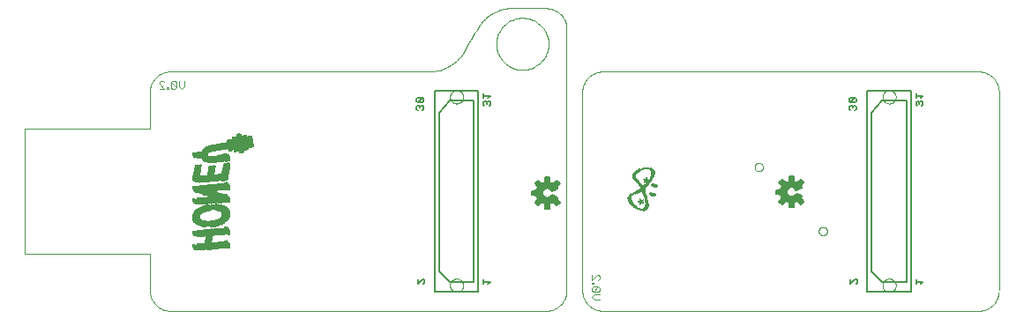
<source format=gbo>
G75*
%MOIN*%
%OFA0B0*%
%FSLAX25Y25*%
%IPPOS*%
%LPD*%
%AMOC8*
5,1,8,0,0,1.08239X$1,22.5*
%
%ADD10C,0.00394*%
%ADD11C,0.00300*%
%ADD12C,0.00500*%
%ADD13C,0.00600*%
%ADD14C,0.00000*%
%ADD15R,0.00100X0.00700*%
%ADD16R,0.00100X0.01600*%
%ADD17R,0.00100X0.00800*%
%ADD18R,0.00100X0.01000*%
%ADD19R,0.00100X0.01100*%
%ADD20R,0.00100X0.02200*%
%ADD21R,0.00100X0.01400*%
%ADD22R,0.00100X0.01300*%
%ADD23R,0.00100X0.02700*%
%ADD24R,0.00100X0.02000*%
%ADD25R,0.00100X0.01500*%
%ADD26R,0.00100X0.03100*%
%ADD27R,0.00100X0.02600*%
%ADD28R,0.00100X0.01700*%
%ADD29R,0.00100X0.03400*%
%ADD30R,0.00100X0.03200*%
%ADD31R,0.00100X0.01800*%
%ADD32R,0.00100X0.03700*%
%ADD33R,0.00100X0.03600*%
%ADD34R,0.00100X0.01900*%
%ADD35R,0.00100X0.04000*%
%ADD36R,0.00100X0.04200*%
%ADD37R,0.00100X0.02100*%
%ADD38R,0.00100X0.04700*%
%ADD39R,0.00100X0.04400*%
%ADD40R,0.00100X0.05200*%
%ADD41R,0.00100X0.04600*%
%ADD42R,0.00100X0.02300*%
%ADD43R,0.00100X0.05700*%
%ADD44R,0.00100X0.04800*%
%ADD45R,0.00100X0.06100*%
%ADD46R,0.00100X0.05000*%
%ADD47R,0.00100X0.02400*%
%ADD48R,0.00100X0.06200*%
%ADD49R,0.00100X0.06400*%
%ADD50R,0.00100X0.05300*%
%ADD51R,0.00100X0.05500*%
%ADD52R,0.00100X0.02500*%
%ADD53R,0.00100X0.06600*%
%ADD54R,0.00100X0.05800*%
%ADD55R,0.00100X0.05900*%
%ADD56R,0.00100X0.06000*%
%ADD57R,0.00100X0.06700*%
%ADD58R,0.00100X0.06800*%
%ADD59R,0.00100X0.02800*%
%ADD60R,0.00100X0.06500*%
%ADD61R,0.00100X0.02900*%
%ADD62R,0.00100X0.06900*%
%ADD63R,0.00100X0.03000*%
%ADD64R,0.00100X0.03300*%
%ADD65R,0.00100X0.01200*%
%ADD66R,0.00100X0.00600*%
%ADD67R,0.00100X0.03500*%
%ADD68R,0.00100X0.03800*%
%ADD69R,0.00100X0.04300*%
%ADD70R,0.00100X0.04500*%
%ADD71R,0.00100X0.04900*%
%ADD72R,0.00100X0.03900*%
%ADD73R,0.00100X0.05100*%
%ADD74R,0.00100X0.05400*%
%ADD75R,0.00100X0.05600*%
%ADD76R,0.00100X0.04100*%
%ADD77R,0.00100X0.07600*%
%ADD78R,0.00100X0.07700*%
%ADD79R,0.00100X0.06300*%
%ADD80R,0.00100X0.07800*%
%ADD81R,0.00100X0.07300*%
%ADD82R,0.00100X0.07400*%
%ADD83R,0.00100X0.07200*%
%ADD84R,0.00100X0.07100*%
%ADD85R,0.00100X0.07000*%
%ADD86R,0.00100X0.00900*%
%ADD87R,0.00100X0.00200*%
%ADD88C,0.00591*%
%ADD89R,0.00060X0.00300*%
%ADD90R,0.00060X0.00540*%
%ADD91R,0.00060X0.00720*%
%ADD92R,0.00060X0.00840*%
%ADD93R,0.00060X0.00960*%
%ADD94R,0.00060X0.01020*%
%ADD95R,0.00060X0.01080*%
%ADD96R,0.00060X0.01140*%
%ADD97R,0.00060X0.01200*%
%ADD98R,0.00060X0.01260*%
%ADD99R,0.00060X0.01260*%
%ADD100R,0.00060X0.01320*%
%ADD101R,0.00060X0.00420*%
%ADD102R,0.00060X0.01380*%
%ADD103R,0.00060X0.00600*%
%ADD104R,0.00060X0.01440*%
%ADD105R,0.00060X0.00780*%
%ADD106R,0.00060X0.01440*%
%ADD107R,0.00060X0.00900*%
%ADD108R,0.00060X0.00960*%
%ADD109R,0.00060X0.01020*%
%ADD110R,0.00060X0.01020*%
%ADD111R,0.00060X0.01200*%
%ADD112R,0.00060X0.01800*%
%ADD113R,0.00060X0.02100*%
%ADD114R,0.00060X0.02340*%
%ADD115R,0.00060X0.01380*%
%ADD116R,0.00060X0.02580*%
%ADD117R,0.00060X0.02760*%
%ADD118R,0.00060X0.01380*%
%ADD119R,0.00060X0.01380*%
%ADD120R,0.00060X0.02940*%
%ADD121R,0.00060X0.01320*%
%ADD122R,0.00060X0.03120*%
%ADD123R,0.00060X0.03300*%
%ADD124R,0.00060X0.03480*%
%ADD125R,0.00060X0.03660*%
%ADD126R,0.00060X0.01140*%
%ADD127R,0.00060X0.03780*%
%ADD128R,0.00060X0.03900*%
%ADD129R,0.00060X0.04080*%
%ADD130R,0.00060X0.00900*%
%ADD131R,0.00060X0.04140*%
%ADD132R,0.00060X0.04320*%
%ADD133R,0.00060X0.00660*%
%ADD134R,0.00060X0.01680*%
%ADD135R,0.00060X0.02400*%
%ADD136R,0.00060X0.00480*%
%ADD137R,0.00060X0.02160*%
%ADD138R,0.00060X0.00120*%
%ADD139R,0.00060X0.01980*%
%ADD140R,0.00060X0.01260*%
%ADD141R,0.00060X0.01920*%
%ADD142R,0.00060X0.01140*%
%ADD143R,0.00060X0.01860*%
%ADD144R,0.00060X0.01860*%
%ADD145R,0.00060X0.01080*%
%ADD146R,0.00060X0.01740*%
%ADD147R,0.00060X0.00960*%
%ADD148R,0.00060X0.01680*%
%ADD149R,0.00060X0.01620*%
%ADD150R,0.00060X0.00780*%
%ADD151R,0.00060X0.01620*%
%ADD152R,0.00060X0.00660*%
%ADD153R,0.00060X0.00420*%
%ADD154R,0.00060X0.01560*%
%ADD155R,0.00060X0.01560*%
%ADD156R,0.00060X0.01500*%
%ADD157R,0.00060X0.01560*%
%ADD158R,0.00060X0.00840*%
%ADD159R,0.00060X0.01620*%
%ADD160R,0.00060X0.00840*%
%ADD161R,0.00060X0.01920*%
%ADD162R,0.00060X0.00780*%
%ADD163R,0.00060X0.02040*%
%ADD164R,0.00060X0.02460*%
%ADD165R,0.00060X0.02880*%
%ADD166R,0.00060X0.02220*%
%ADD167R,0.00060X0.03240*%
%ADD168R,0.00060X0.02340*%
%ADD169R,0.00060X0.03600*%
%ADD170R,0.00060X0.02580*%
%ADD171R,0.00060X0.00780*%
%ADD172R,0.00060X0.04200*%
%ADD173R,0.00060X0.03000*%
%ADD174R,0.00060X0.04500*%
%ADD175R,0.00060X0.03240*%
%ADD176R,0.00060X0.04740*%
%ADD177R,0.00060X0.03420*%
%ADD178R,0.00060X0.04980*%
%ADD179R,0.00060X0.03360*%
%ADD180R,0.00060X0.05160*%
%ADD181R,0.00060X0.05400*%
%ADD182R,0.00060X0.05640*%
%ADD183R,0.00060X0.05820*%
%ADD184R,0.00060X0.06000*%
%ADD185R,0.00060X0.06180*%
%ADD186R,0.00060X0.03480*%
%ADD187R,0.00060X0.02280*%
%ADD188R,0.00060X0.03060*%
%ADD189R,0.00060X0.01740*%
%ADD190R,0.00060X0.02760*%
%ADD191R,0.00060X0.02700*%
%ADD192R,0.00060X0.05280*%
%ADD193R,0.00060X0.00660*%
%ADD194R,0.00060X0.00240*%
%ADD195R,0.00060X0.04260*%
%ADD196R,0.00060X0.00420*%
%ADD197R,0.00060X0.00060*%
%ADD198R,0.00060X0.04080*%
%ADD199R,0.00060X0.01080*%
%ADD200R,0.00060X0.00300*%
%ADD201R,0.00060X0.03840*%
%ADD202R,0.00060X0.00060*%
%ADD203R,0.00060X0.00240*%
%ADD204R,0.00060X0.03720*%
%ADD205R,0.00060X0.00180*%
%ADD206R,0.00060X0.03540*%
%ADD207R,0.00060X0.03360*%
%ADD208R,0.00060X0.00360*%
%ADD209R,0.00060X0.03240*%
%ADD210R,0.00060X0.00420*%
%ADD211R,0.00060X0.03120*%
%ADD212R,0.00060X0.02880*%
%ADD213R,0.00060X0.02880*%
%ADD214R,0.00060X0.02820*%
%ADD215R,0.00060X0.02820*%
%ADD216R,0.00060X0.02820*%
%ADD217R,0.00060X0.03060*%
%ADD218R,0.00060X0.00720*%
%ADD219R,0.00060X0.03120*%
%ADD220R,0.00060X0.01920*%
%ADD221R,0.00060X0.00720*%
%ADD222R,0.00060X0.03180*%
%ADD223R,0.00060X0.02040*%
%ADD224R,0.00060X0.02280*%
%ADD225R,0.00060X0.00960*%
%ADD226R,0.00060X0.02460*%
%ADD227R,0.00060X0.01020*%
%ADD228R,0.00060X0.00720*%
%ADD229R,0.00060X0.01080*%
%ADD230R,0.00060X0.00360*%
%ADD231R,0.00060X0.01140*%
%ADD232R,0.00060X0.01260*%
%ADD233R,0.00060X0.01680*%
%ADD234R,0.00060X0.01740*%
%ADD235R,0.00060X0.02940*%
%ADD236R,0.00060X0.02520*%
%ADD237R,0.00060X0.01320*%
%ADD238R,0.00060X0.01500*%
%ADD239R,0.00060X0.01860*%
%ADD240R,0.00060X0.02160*%
%ADD241R,0.00060X0.04020*%
%ADD242R,0.00060X0.03960*%
%ADD243R,0.00060X0.03720*%
%ADD244R,0.00060X0.03660*%
%ADD245R,0.00060X0.02940*%
%ADD246R,0.00060X0.02640*%
%ADD247R,0.00060X0.02520*%
%ADD248R,0.00060X0.02340*%
D10*
X0059760Y0017852D02*
X0059360Y0018793D01*
X0059205Y0019287D01*
X0059100Y0019798D01*
X0058994Y0020310D01*
X0058939Y0020839D01*
X0058939Y0035160D01*
X0011695Y0035160D01*
X0011695Y0082404D01*
X0058939Y0082404D01*
X0058939Y0096725D01*
X0058994Y0097254D01*
X0059100Y0097765D01*
X0059205Y0098276D01*
X0059360Y0098770D01*
X0059760Y0099711D01*
X0060005Y0100159D01*
X0060288Y0100578D01*
X0060572Y0100997D01*
X0060895Y0101387D01*
X0061252Y0101744D01*
X0061609Y0102101D01*
X0061999Y0102424D01*
X0062418Y0102708D01*
X0062838Y0102991D01*
X0063285Y0103236D01*
X0064226Y0103636D01*
X0064720Y0103791D01*
X0065231Y0103897D01*
X0065743Y0104002D01*
X0066272Y0104057D01*
X0165750Y0104057D01*
X0166308Y0104105D01*
X0167439Y0104286D01*
X0168012Y0104419D01*
X0168585Y0104591D01*
X0169158Y0104762D01*
X0169731Y0104972D01*
X0170860Y0105460D01*
X0171416Y0105737D01*
X0171956Y0106043D01*
X0172495Y0106350D01*
X0173018Y0106685D01*
X0173517Y0107045D01*
X0174016Y0107405D01*
X0174489Y0107789D01*
X0175372Y0108597D01*
X0175780Y0109021D01*
X0176515Y0109899D01*
X0176841Y0110354D01*
X0177119Y0110818D01*
X0177895Y0112119D01*
X0178672Y0113420D01*
X0179448Y0114721D01*
X0180225Y0116022D01*
X0181002Y0117323D01*
X0181778Y0118624D01*
X0182555Y0119926D01*
X0183331Y0121227D01*
X0183609Y0121691D01*
X0183935Y0122146D01*
X0184303Y0122585D01*
X0184670Y0123024D01*
X0185078Y0123448D01*
X0185520Y0123852D01*
X0185961Y0124256D01*
X0186435Y0124640D01*
X0186933Y0125000D01*
X0187432Y0125360D01*
X0187955Y0125695D01*
X0188494Y0126002D01*
X0189034Y0126308D01*
X0189590Y0126585D01*
X0190719Y0127073D01*
X0191292Y0127283D01*
X0191865Y0127454D01*
X0192438Y0127626D01*
X0193011Y0127759D01*
X0193577Y0127850D01*
X0194142Y0127940D01*
X0194700Y0127988D01*
X0209087Y0127988D01*
X0209616Y0127932D01*
X0210127Y0127827D01*
X0210638Y0127722D01*
X0211132Y0127566D01*
X0211603Y0127366D01*
X0212073Y0127166D01*
X0212521Y0126922D01*
X0212940Y0126638D01*
X0213359Y0126354D01*
X0213749Y0126031D01*
X0214106Y0125675D01*
X0214463Y0125318D01*
X0214786Y0124927D01*
X0215070Y0124508D01*
X0215353Y0124089D01*
X0215598Y0123642D01*
X0215798Y0123171D01*
X0215998Y0122700D01*
X0216153Y0122207D01*
X0216259Y0121695D01*
X0216364Y0121184D01*
X0216419Y0120655D01*
X0216419Y0020839D01*
X0216364Y0020310D01*
X0216259Y0019798D01*
X0216153Y0019287D01*
X0215998Y0018793D01*
X0215798Y0018323D01*
X0215598Y0017852D01*
X0215353Y0017405D01*
X0215070Y0016985D01*
X0214786Y0016566D01*
X0214463Y0016176D01*
X0214106Y0015819D01*
X0213749Y0015462D01*
X0213359Y0015139D01*
X0212940Y0014855D01*
X0212521Y0014572D01*
X0212073Y0014327D01*
X0211603Y0014127D01*
X0211132Y0013927D01*
X0210638Y0013772D01*
X0210127Y0013667D01*
X0209616Y0013561D01*
X0209087Y0013506D01*
X0066272Y0013506D01*
X0065743Y0013561D01*
X0065231Y0013667D01*
X0064720Y0013772D01*
X0064226Y0013927D01*
X0063756Y0014127D01*
X0063285Y0014327D01*
X0062838Y0014572D01*
X0062418Y0014855D01*
X0061999Y0015139D01*
X0061609Y0015462D01*
X0061252Y0015819D01*
X0060895Y0016176D01*
X0060572Y0016566D01*
X0060288Y0016985D01*
X0060005Y0017405D01*
X0059760Y0017852D01*
X0222347Y0020839D02*
X0222403Y0020310D01*
X0222508Y0019798D01*
X0222614Y0019287D01*
X0222769Y0018793D01*
X0223169Y0017852D01*
X0223413Y0017405D01*
X0223697Y0016985D01*
X0223981Y0016566D01*
X0224304Y0016176D01*
X0225017Y0015462D01*
X0225408Y0015139D01*
X0225827Y0014855D01*
X0226246Y0014572D01*
X0226694Y0014327D01*
X0227635Y0013927D01*
X0228128Y0013772D01*
X0228640Y0013667D01*
X0229151Y0013561D01*
X0229680Y0013506D01*
X0372495Y0013506D01*
X0373024Y0013561D01*
X0373535Y0013667D01*
X0374047Y0013772D01*
X0374541Y0013927D01*
X0375482Y0014327D01*
X0375929Y0014572D01*
X0376348Y0014855D01*
X0376767Y0015139D01*
X0377158Y0015462D01*
X0377872Y0016176D01*
X0378195Y0016566D01*
X0378478Y0016985D01*
X0378762Y0017405D01*
X0379007Y0017852D01*
X0379206Y0018323D01*
X0379406Y0018793D01*
X0379562Y0019287D01*
X0379667Y0019798D01*
X0379772Y0020310D01*
X0379828Y0020839D01*
X0379828Y0021380D02*
X0379828Y0096725D01*
X0379772Y0097254D01*
X0379667Y0097765D01*
X0379562Y0098276D01*
X0379406Y0098770D01*
X0379206Y0099241D01*
X0379007Y0099711D01*
X0378762Y0100159D01*
X0378195Y0100997D01*
X0377872Y0101387D01*
X0377158Y0102101D01*
X0376767Y0102424D01*
X0376348Y0102708D01*
X0375929Y0102991D01*
X0375482Y0103236D01*
X0375011Y0103436D01*
X0374541Y0103636D01*
X0374047Y0103791D01*
X0373535Y0103897D01*
X0373024Y0104002D01*
X0372495Y0104057D01*
X0229680Y0104057D01*
X0229151Y0104002D01*
X0228640Y0103897D01*
X0228128Y0103791D01*
X0227635Y0103636D01*
X0227164Y0103436D01*
X0226694Y0103236D01*
X0226246Y0102991D01*
X0225827Y0102708D01*
X0225408Y0102424D01*
X0225017Y0102101D01*
X0224304Y0101387D01*
X0223981Y0100997D01*
X0223697Y0100578D01*
X0223413Y0100159D01*
X0223169Y0099711D01*
X0222969Y0099241D01*
X0222769Y0098770D01*
X0222614Y0098276D01*
X0222508Y0097765D01*
X0222403Y0097254D01*
X0222347Y0096725D01*
X0222347Y0020839D01*
X0202334Y0104946D02*
X0201693Y0104815D01*
X0201053Y0104684D01*
X0200389Y0104615D01*
X0199030Y0104615D01*
X0198367Y0104684D01*
X0197726Y0104815D01*
X0197085Y0104946D01*
X0196467Y0105139D01*
X0195879Y0105388D01*
X0195290Y0105637D01*
X0194730Y0105942D01*
X0194207Y0106296D01*
X0193683Y0106649D01*
X0193195Y0107052D01*
X0192305Y0107943D01*
X0191902Y0108430D01*
X0191548Y0108954D01*
X0191194Y0109478D01*
X0190890Y0110037D01*
X0190641Y0110626D01*
X0190392Y0111215D01*
X0190198Y0111833D01*
X0190067Y0112474D01*
X0189936Y0113114D01*
X0189867Y0113778D01*
X0189867Y0115137D01*
X0189936Y0115800D01*
X0190067Y0116441D01*
X0190198Y0117081D01*
X0190392Y0117700D01*
X0190641Y0118288D01*
X0190890Y0118877D01*
X0191194Y0119437D01*
X0191902Y0120484D01*
X0192305Y0120972D01*
X0192750Y0121417D01*
X0193195Y0121862D01*
X0193683Y0122265D01*
X0194207Y0122619D01*
X0194730Y0122972D01*
X0195290Y0123277D01*
X0195879Y0123526D01*
X0196467Y0123775D01*
X0197085Y0123969D01*
X0197726Y0124100D01*
X0198367Y0124231D01*
X0199030Y0124300D01*
X0200389Y0124300D01*
X0201053Y0124231D01*
X0202334Y0123969D01*
X0202952Y0123775D01*
X0203541Y0123526D01*
X0204130Y0123277D01*
X0204689Y0122972D01*
X0205736Y0122265D01*
X0206224Y0121862D01*
X0206669Y0121417D01*
X0207115Y0120972D01*
X0207517Y0120484D01*
X0208225Y0119437D01*
X0208530Y0118877D01*
X0208779Y0118288D01*
X0209028Y0117700D01*
X0209221Y0117081D01*
X0209483Y0115800D01*
X0209552Y0115137D01*
X0209552Y0113778D01*
X0209483Y0113114D01*
X0209352Y0112474D01*
X0209221Y0111833D01*
X0209028Y0111215D01*
X0208779Y0110626D01*
X0208530Y0110037D01*
X0208225Y0109478D01*
X0207871Y0108954D01*
X0207517Y0108430D01*
X0207115Y0107943D01*
X0206224Y0107052D01*
X0205736Y0106649D01*
X0204689Y0105942D01*
X0204130Y0105637D01*
X0203541Y0105388D01*
X0202952Y0105139D01*
X0202334Y0104946D01*
D11*
X0071783Y0100452D02*
X0071783Y0098517D01*
X0070816Y0097550D01*
X0069848Y0098517D01*
X0069848Y0100452D01*
X0068837Y0099969D02*
X0068353Y0100452D01*
X0067386Y0100452D01*
X0066902Y0099969D01*
X0068837Y0098034D01*
X0068353Y0097550D01*
X0067386Y0097550D01*
X0066902Y0098034D01*
X0066902Y0099969D01*
X0068837Y0099969D02*
X0068837Y0098034D01*
X0065890Y0098034D02*
X0065890Y0097550D01*
X0065407Y0097550D01*
X0065407Y0098034D01*
X0065890Y0098034D01*
X0064417Y0097550D02*
X0062482Y0099485D01*
X0062482Y0099969D01*
X0062966Y0100452D01*
X0063933Y0100452D01*
X0064417Y0099969D01*
X0064417Y0097550D02*
X0062482Y0097550D01*
X0225983Y0027138D02*
X0225983Y0025203D01*
X0227918Y0027138D01*
X0228402Y0027138D01*
X0228886Y0026655D01*
X0228886Y0025687D01*
X0228402Y0025203D01*
X0226467Y0024214D02*
X0225983Y0024214D01*
X0225983Y0023730D01*
X0226467Y0023730D01*
X0226467Y0024214D01*
X0226467Y0022719D02*
X0225983Y0022235D01*
X0225983Y0021267D01*
X0226467Y0020784D01*
X0228402Y0022719D01*
X0226467Y0022719D01*
X0228402Y0022719D02*
X0228886Y0022235D01*
X0228886Y0021267D01*
X0228402Y0020784D01*
X0226467Y0020784D01*
X0226951Y0019772D02*
X0228886Y0019772D01*
X0228886Y0017837D02*
X0226951Y0017837D01*
X0225983Y0018805D01*
X0226951Y0019772D01*
D12*
X0183101Y0020808D02*
X0166566Y0020808D01*
X0166566Y0096792D01*
X0183101Y0096792D01*
X0183101Y0020808D01*
X0181448Y0024351D02*
X0181448Y0093249D01*
X0172156Y0093249D01*
X0168219Y0088328D01*
X0168219Y0028288D01*
X0172156Y0024351D01*
X0181448Y0024351D01*
X0330066Y0020808D02*
X0346601Y0020808D01*
X0346601Y0096792D01*
X0330066Y0096792D01*
X0330066Y0020808D01*
X0335656Y0024351D02*
X0344948Y0024351D01*
X0344948Y0093249D01*
X0335656Y0093249D01*
X0331719Y0088328D01*
X0331719Y0028288D01*
X0335656Y0024351D01*
D13*
X0326275Y0024101D02*
X0325841Y0023667D01*
X0326275Y0024101D02*
X0326275Y0024968D01*
X0325841Y0025402D01*
X0325408Y0025402D01*
X0323673Y0023667D01*
X0323673Y0025402D01*
X0348476Y0025402D02*
X0348476Y0023667D01*
X0348476Y0024534D02*
X0351078Y0024534D01*
X0350211Y0023667D01*
X0187578Y0024534D02*
X0186711Y0023667D01*
X0187578Y0024534D02*
X0184976Y0024534D01*
X0184976Y0023667D02*
X0184976Y0025402D01*
X0162775Y0024968D02*
X0162775Y0024101D01*
X0162341Y0023667D01*
X0162775Y0024968D02*
X0162341Y0025402D01*
X0161908Y0025402D01*
X0160173Y0023667D01*
X0160173Y0025402D01*
X0160213Y0089415D02*
X0159779Y0089849D01*
X0159779Y0090716D01*
X0160213Y0091150D01*
X0160646Y0091150D01*
X0161080Y0090716D01*
X0161080Y0090282D01*
X0161080Y0090716D02*
X0161514Y0091150D01*
X0161948Y0091150D01*
X0162381Y0090716D01*
X0162381Y0089849D01*
X0161948Y0089415D01*
X0161948Y0092361D02*
X0162381Y0092795D01*
X0162381Y0093663D01*
X0161948Y0094096D01*
X0160213Y0092361D01*
X0159779Y0092795D01*
X0159779Y0093663D01*
X0160213Y0094096D01*
X0161948Y0094096D01*
X0161948Y0092361D02*
X0160213Y0092361D01*
X0184976Y0092291D02*
X0184976Y0091423D01*
X0185410Y0090990D01*
X0186277Y0091857D02*
X0186277Y0092291D01*
X0185843Y0092725D01*
X0185410Y0092725D01*
X0184976Y0092291D01*
X0186277Y0092291D02*
X0186711Y0092725D01*
X0187144Y0092725D01*
X0187578Y0092291D01*
X0187578Y0091423D01*
X0187144Y0090990D01*
X0186711Y0093936D02*
X0187578Y0094804D01*
X0184976Y0094804D01*
X0184976Y0095671D02*
X0184976Y0093936D01*
X0323279Y0093663D02*
X0323279Y0092795D01*
X0323713Y0092361D01*
X0325448Y0094096D01*
X0323713Y0094096D01*
X0323279Y0093663D01*
X0323713Y0092361D02*
X0325448Y0092361D01*
X0325881Y0092795D01*
X0325881Y0093663D01*
X0325448Y0094096D01*
X0325448Y0091150D02*
X0325014Y0091150D01*
X0324580Y0090716D01*
X0324146Y0091150D01*
X0323713Y0091150D01*
X0323279Y0090716D01*
X0323279Y0089849D01*
X0323713Y0089415D01*
X0324580Y0090282D02*
X0324580Y0090716D01*
X0325448Y0091150D02*
X0325881Y0090716D01*
X0325881Y0089849D01*
X0325448Y0089415D01*
X0348476Y0091423D02*
X0348910Y0090990D01*
X0348476Y0091423D02*
X0348476Y0092291D01*
X0348910Y0092725D01*
X0349343Y0092725D01*
X0349777Y0092291D01*
X0349777Y0091857D01*
X0349777Y0092291D02*
X0350211Y0092725D01*
X0350644Y0092725D01*
X0351078Y0092291D01*
X0351078Y0091423D01*
X0350644Y0090990D01*
X0350211Y0093936D02*
X0351078Y0094804D01*
X0348476Y0094804D01*
X0348476Y0095671D02*
X0348476Y0093936D01*
D14*
X0335833Y0094430D02*
X0335835Y0094529D01*
X0335841Y0094629D01*
X0335851Y0094728D01*
X0335865Y0094826D01*
X0335882Y0094924D01*
X0335904Y0095021D01*
X0335929Y0095117D01*
X0335958Y0095212D01*
X0335991Y0095306D01*
X0336028Y0095398D01*
X0336068Y0095489D01*
X0336112Y0095578D01*
X0336160Y0095666D01*
X0336211Y0095751D01*
X0336265Y0095834D01*
X0336322Y0095916D01*
X0336383Y0095994D01*
X0336447Y0096071D01*
X0336513Y0096144D01*
X0336583Y0096215D01*
X0336655Y0096283D01*
X0336730Y0096349D01*
X0336808Y0096411D01*
X0336888Y0096470D01*
X0336970Y0096526D01*
X0337054Y0096578D01*
X0337141Y0096627D01*
X0337229Y0096673D01*
X0337319Y0096715D01*
X0337411Y0096754D01*
X0337504Y0096789D01*
X0337598Y0096820D01*
X0337694Y0096847D01*
X0337791Y0096870D01*
X0337888Y0096890D01*
X0337986Y0096906D01*
X0338085Y0096918D01*
X0338184Y0096926D01*
X0338283Y0096930D01*
X0338383Y0096930D01*
X0338482Y0096926D01*
X0338581Y0096918D01*
X0338680Y0096906D01*
X0338778Y0096890D01*
X0338875Y0096870D01*
X0338972Y0096847D01*
X0339068Y0096820D01*
X0339162Y0096789D01*
X0339255Y0096754D01*
X0339347Y0096715D01*
X0339437Y0096673D01*
X0339525Y0096627D01*
X0339612Y0096578D01*
X0339696Y0096526D01*
X0339778Y0096470D01*
X0339858Y0096411D01*
X0339936Y0096349D01*
X0340011Y0096283D01*
X0340083Y0096215D01*
X0340153Y0096144D01*
X0340219Y0096071D01*
X0340283Y0095994D01*
X0340344Y0095916D01*
X0340401Y0095834D01*
X0340455Y0095751D01*
X0340506Y0095666D01*
X0340554Y0095578D01*
X0340598Y0095489D01*
X0340638Y0095398D01*
X0340675Y0095306D01*
X0340708Y0095212D01*
X0340737Y0095117D01*
X0340762Y0095021D01*
X0340784Y0094924D01*
X0340801Y0094826D01*
X0340815Y0094728D01*
X0340825Y0094629D01*
X0340831Y0094529D01*
X0340833Y0094430D01*
X0340831Y0094331D01*
X0340825Y0094231D01*
X0340815Y0094132D01*
X0340801Y0094034D01*
X0340784Y0093936D01*
X0340762Y0093839D01*
X0340737Y0093743D01*
X0340708Y0093648D01*
X0340675Y0093554D01*
X0340638Y0093462D01*
X0340598Y0093371D01*
X0340554Y0093282D01*
X0340506Y0093194D01*
X0340455Y0093109D01*
X0340401Y0093026D01*
X0340344Y0092944D01*
X0340283Y0092866D01*
X0340219Y0092789D01*
X0340153Y0092716D01*
X0340083Y0092645D01*
X0340011Y0092577D01*
X0339936Y0092511D01*
X0339858Y0092449D01*
X0339778Y0092390D01*
X0339696Y0092334D01*
X0339612Y0092282D01*
X0339525Y0092233D01*
X0339437Y0092187D01*
X0339347Y0092145D01*
X0339255Y0092106D01*
X0339162Y0092071D01*
X0339068Y0092040D01*
X0338972Y0092013D01*
X0338875Y0091990D01*
X0338778Y0091970D01*
X0338680Y0091954D01*
X0338581Y0091942D01*
X0338482Y0091934D01*
X0338383Y0091930D01*
X0338283Y0091930D01*
X0338184Y0091934D01*
X0338085Y0091942D01*
X0337986Y0091954D01*
X0337888Y0091970D01*
X0337791Y0091990D01*
X0337694Y0092013D01*
X0337598Y0092040D01*
X0337504Y0092071D01*
X0337411Y0092106D01*
X0337319Y0092145D01*
X0337229Y0092187D01*
X0337141Y0092233D01*
X0337054Y0092282D01*
X0336970Y0092334D01*
X0336888Y0092390D01*
X0336808Y0092449D01*
X0336730Y0092511D01*
X0336655Y0092577D01*
X0336583Y0092645D01*
X0336513Y0092716D01*
X0336447Y0092789D01*
X0336383Y0092866D01*
X0336322Y0092944D01*
X0336265Y0093026D01*
X0336211Y0093109D01*
X0336160Y0093194D01*
X0336112Y0093282D01*
X0336068Y0093371D01*
X0336028Y0093462D01*
X0335991Y0093554D01*
X0335958Y0093648D01*
X0335929Y0093743D01*
X0335904Y0093839D01*
X0335882Y0093936D01*
X0335865Y0094034D01*
X0335851Y0094132D01*
X0335841Y0094231D01*
X0335835Y0094331D01*
X0335833Y0094430D01*
X0287504Y0067858D02*
X0287506Y0067937D01*
X0287512Y0068016D01*
X0287522Y0068095D01*
X0287536Y0068173D01*
X0287553Y0068250D01*
X0287575Y0068326D01*
X0287600Y0068401D01*
X0287630Y0068474D01*
X0287662Y0068546D01*
X0287699Y0068617D01*
X0287739Y0068685D01*
X0287782Y0068751D01*
X0287828Y0068815D01*
X0287878Y0068877D01*
X0287931Y0068936D01*
X0287986Y0068992D01*
X0288045Y0069046D01*
X0288106Y0069096D01*
X0288169Y0069144D01*
X0288235Y0069188D01*
X0288303Y0069229D01*
X0288373Y0069266D01*
X0288444Y0069300D01*
X0288518Y0069330D01*
X0288592Y0069356D01*
X0288668Y0069378D01*
X0288745Y0069397D01*
X0288823Y0069412D01*
X0288901Y0069423D01*
X0288980Y0069430D01*
X0289059Y0069433D01*
X0289138Y0069432D01*
X0289217Y0069427D01*
X0289296Y0069418D01*
X0289374Y0069405D01*
X0289451Y0069388D01*
X0289528Y0069368D01*
X0289603Y0069343D01*
X0289677Y0069315D01*
X0289750Y0069283D01*
X0289820Y0069248D01*
X0289889Y0069209D01*
X0289956Y0069166D01*
X0290021Y0069120D01*
X0290083Y0069072D01*
X0290143Y0069020D01*
X0290200Y0068965D01*
X0290254Y0068907D01*
X0290305Y0068847D01*
X0290353Y0068784D01*
X0290398Y0068719D01*
X0290440Y0068651D01*
X0290478Y0068582D01*
X0290512Y0068511D01*
X0290543Y0068438D01*
X0290571Y0068363D01*
X0290594Y0068288D01*
X0290614Y0068211D01*
X0290630Y0068134D01*
X0290642Y0068055D01*
X0290650Y0067977D01*
X0290654Y0067898D01*
X0290654Y0067818D01*
X0290650Y0067739D01*
X0290642Y0067661D01*
X0290630Y0067582D01*
X0290614Y0067505D01*
X0290594Y0067428D01*
X0290571Y0067353D01*
X0290543Y0067278D01*
X0290512Y0067205D01*
X0290478Y0067134D01*
X0290440Y0067065D01*
X0290398Y0066997D01*
X0290353Y0066932D01*
X0290305Y0066869D01*
X0290254Y0066809D01*
X0290200Y0066751D01*
X0290143Y0066696D01*
X0290083Y0066644D01*
X0290021Y0066596D01*
X0289956Y0066550D01*
X0289889Y0066507D01*
X0289820Y0066468D01*
X0289750Y0066433D01*
X0289677Y0066401D01*
X0289603Y0066373D01*
X0289528Y0066348D01*
X0289451Y0066328D01*
X0289374Y0066311D01*
X0289296Y0066298D01*
X0289217Y0066289D01*
X0289138Y0066284D01*
X0289059Y0066283D01*
X0288980Y0066286D01*
X0288901Y0066293D01*
X0288823Y0066304D01*
X0288745Y0066319D01*
X0288668Y0066338D01*
X0288592Y0066360D01*
X0288518Y0066386D01*
X0288444Y0066416D01*
X0288373Y0066450D01*
X0288303Y0066487D01*
X0288235Y0066528D01*
X0288169Y0066572D01*
X0288106Y0066620D01*
X0288045Y0066670D01*
X0287986Y0066724D01*
X0287931Y0066780D01*
X0287878Y0066839D01*
X0287828Y0066901D01*
X0287782Y0066965D01*
X0287739Y0067031D01*
X0287699Y0067099D01*
X0287662Y0067170D01*
X0287630Y0067242D01*
X0287600Y0067315D01*
X0287575Y0067390D01*
X0287553Y0067466D01*
X0287536Y0067543D01*
X0287522Y0067621D01*
X0287512Y0067700D01*
X0287506Y0067779D01*
X0287504Y0067858D01*
X0311717Y0043646D02*
X0311719Y0043725D01*
X0311725Y0043804D01*
X0311735Y0043883D01*
X0311749Y0043961D01*
X0311766Y0044038D01*
X0311788Y0044114D01*
X0311813Y0044189D01*
X0311843Y0044262D01*
X0311875Y0044334D01*
X0311912Y0044405D01*
X0311952Y0044473D01*
X0311995Y0044539D01*
X0312041Y0044603D01*
X0312091Y0044665D01*
X0312144Y0044724D01*
X0312199Y0044780D01*
X0312258Y0044834D01*
X0312319Y0044884D01*
X0312382Y0044932D01*
X0312448Y0044976D01*
X0312516Y0045017D01*
X0312586Y0045054D01*
X0312657Y0045088D01*
X0312731Y0045118D01*
X0312805Y0045144D01*
X0312881Y0045166D01*
X0312958Y0045185D01*
X0313036Y0045200D01*
X0313114Y0045211D01*
X0313193Y0045218D01*
X0313272Y0045221D01*
X0313351Y0045220D01*
X0313430Y0045215D01*
X0313509Y0045206D01*
X0313587Y0045193D01*
X0313664Y0045176D01*
X0313741Y0045156D01*
X0313816Y0045131D01*
X0313890Y0045103D01*
X0313963Y0045071D01*
X0314033Y0045036D01*
X0314102Y0044997D01*
X0314169Y0044954D01*
X0314234Y0044908D01*
X0314296Y0044860D01*
X0314356Y0044808D01*
X0314413Y0044753D01*
X0314467Y0044695D01*
X0314518Y0044635D01*
X0314566Y0044572D01*
X0314611Y0044507D01*
X0314653Y0044439D01*
X0314691Y0044370D01*
X0314725Y0044299D01*
X0314756Y0044226D01*
X0314784Y0044151D01*
X0314807Y0044076D01*
X0314827Y0043999D01*
X0314843Y0043922D01*
X0314855Y0043843D01*
X0314863Y0043765D01*
X0314867Y0043686D01*
X0314867Y0043606D01*
X0314863Y0043527D01*
X0314855Y0043449D01*
X0314843Y0043370D01*
X0314827Y0043293D01*
X0314807Y0043216D01*
X0314784Y0043141D01*
X0314756Y0043066D01*
X0314725Y0042993D01*
X0314691Y0042922D01*
X0314653Y0042853D01*
X0314611Y0042785D01*
X0314566Y0042720D01*
X0314518Y0042657D01*
X0314467Y0042597D01*
X0314413Y0042539D01*
X0314356Y0042484D01*
X0314296Y0042432D01*
X0314234Y0042384D01*
X0314169Y0042338D01*
X0314102Y0042295D01*
X0314033Y0042256D01*
X0313963Y0042221D01*
X0313890Y0042189D01*
X0313816Y0042161D01*
X0313741Y0042136D01*
X0313664Y0042116D01*
X0313587Y0042099D01*
X0313509Y0042086D01*
X0313430Y0042077D01*
X0313351Y0042072D01*
X0313272Y0042071D01*
X0313193Y0042074D01*
X0313114Y0042081D01*
X0313036Y0042092D01*
X0312958Y0042107D01*
X0312881Y0042126D01*
X0312805Y0042148D01*
X0312731Y0042174D01*
X0312657Y0042204D01*
X0312586Y0042238D01*
X0312516Y0042275D01*
X0312448Y0042316D01*
X0312382Y0042360D01*
X0312319Y0042408D01*
X0312258Y0042458D01*
X0312199Y0042512D01*
X0312144Y0042568D01*
X0312091Y0042627D01*
X0312041Y0042689D01*
X0311995Y0042753D01*
X0311952Y0042819D01*
X0311912Y0042887D01*
X0311875Y0042958D01*
X0311843Y0043030D01*
X0311813Y0043103D01*
X0311788Y0043178D01*
X0311766Y0043254D01*
X0311749Y0043331D01*
X0311735Y0043409D01*
X0311725Y0043488D01*
X0311719Y0043567D01*
X0311717Y0043646D01*
X0335833Y0023170D02*
X0335835Y0023269D01*
X0335841Y0023369D01*
X0335851Y0023468D01*
X0335865Y0023566D01*
X0335882Y0023664D01*
X0335904Y0023761D01*
X0335929Y0023857D01*
X0335958Y0023952D01*
X0335991Y0024046D01*
X0336028Y0024138D01*
X0336068Y0024229D01*
X0336112Y0024318D01*
X0336160Y0024406D01*
X0336211Y0024491D01*
X0336265Y0024574D01*
X0336322Y0024656D01*
X0336383Y0024734D01*
X0336447Y0024811D01*
X0336513Y0024884D01*
X0336583Y0024955D01*
X0336655Y0025023D01*
X0336730Y0025089D01*
X0336808Y0025151D01*
X0336888Y0025210D01*
X0336970Y0025266D01*
X0337054Y0025318D01*
X0337141Y0025367D01*
X0337229Y0025413D01*
X0337319Y0025455D01*
X0337411Y0025494D01*
X0337504Y0025529D01*
X0337598Y0025560D01*
X0337694Y0025587D01*
X0337791Y0025610D01*
X0337888Y0025630D01*
X0337986Y0025646D01*
X0338085Y0025658D01*
X0338184Y0025666D01*
X0338283Y0025670D01*
X0338383Y0025670D01*
X0338482Y0025666D01*
X0338581Y0025658D01*
X0338680Y0025646D01*
X0338778Y0025630D01*
X0338875Y0025610D01*
X0338972Y0025587D01*
X0339068Y0025560D01*
X0339162Y0025529D01*
X0339255Y0025494D01*
X0339347Y0025455D01*
X0339437Y0025413D01*
X0339525Y0025367D01*
X0339612Y0025318D01*
X0339696Y0025266D01*
X0339778Y0025210D01*
X0339858Y0025151D01*
X0339936Y0025089D01*
X0340011Y0025023D01*
X0340083Y0024955D01*
X0340153Y0024884D01*
X0340219Y0024811D01*
X0340283Y0024734D01*
X0340344Y0024656D01*
X0340401Y0024574D01*
X0340455Y0024491D01*
X0340506Y0024406D01*
X0340554Y0024318D01*
X0340598Y0024229D01*
X0340638Y0024138D01*
X0340675Y0024046D01*
X0340708Y0023952D01*
X0340737Y0023857D01*
X0340762Y0023761D01*
X0340784Y0023664D01*
X0340801Y0023566D01*
X0340815Y0023468D01*
X0340825Y0023369D01*
X0340831Y0023269D01*
X0340833Y0023170D01*
X0340831Y0023071D01*
X0340825Y0022971D01*
X0340815Y0022872D01*
X0340801Y0022774D01*
X0340784Y0022676D01*
X0340762Y0022579D01*
X0340737Y0022483D01*
X0340708Y0022388D01*
X0340675Y0022294D01*
X0340638Y0022202D01*
X0340598Y0022111D01*
X0340554Y0022022D01*
X0340506Y0021934D01*
X0340455Y0021849D01*
X0340401Y0021766D01*
X0340344Y0021684D01*
X0340283Y0021606D01*
X0340219Y0021529D01*
X0340153Y0021456D01*
X0340083Y0021385D01*
X0340011Y0021317D01*
X0339936Y0021251D01*
X0339858Y0021189D01*
X0339778Y0021130D01*
X0339696Y0021074D01*
X0339612Y0021022D01*
X0339525Y0020973D01*
X0339437Y0020927D01*
X0339347Y0020885D01*
X0339255Y0020846D01*
X0339162Y0020811D01*
X0339068Y0020780D01*
X0338972Y0020753D01*
X0338875Y0020730D01*
X0338778Y0020710D01*
X0338680Y0020694D01*
X0338581Y0020682D01*
X0338482Y0020674D01*
X0338383Y0020670D01*
X0338283Y0020670D01*
X0338184Y0020674D01*
X0338085Y0020682D01*
X0337986Y0020694D01*
X0337888Y0020710D01*
X0337791Y0020730D01*
X0337694Y0020753D01*
X0337598Y0020780D01*
X0337504Y0020811D01*
X0337411Y0020846D01*
X0337319Y0020885D01*
X0337229Y0020927D01*
X0337141Y0020973D01*
X0337054Y0021022D01*
X0336970Y0021074D01*
X0336888Y0021130D01*
X0336808Y0021189D01*
X0336730Y0021251D01*
X0336655Y0021317D01*
X0336583Y0021385D01*
X0336513Y0021456D01*
X0336447Y0021529D01*
X0336383Y0021606D01*
X0336322Y0021684D01*
X0336265Y0021766D01*
X0336211Y0021849D01*
X0336160Y0021934D01*
X0336112Y0022022D01*
X0336068Y0022111D01*
X0336028Y0022202D01*
X0335991Y0022294D01*
X0335958Y0022388D01*
X0335929Y0022483D01*
X0335904Y0022579D01*
X0335882Y0022676D01*
X0335865Y0022774D01*
X0335851Y0022872D01*
X0335841Y0022971D01*
X0335835Y0023071D01*
X0335833Y0023170D01*
X0172333Y0023170D02*
X0172335Y0023269D01*
X0172341Y0023369D01*
X0172351Y0023468D01*
X0172365Y0023566D01*
X0172382Y0023664D01*
X0172404Y0023761D01*
X0172429Y0023857D01*
X0172458Y0023952D01*
X0172491Y0024046D01*
X0172528Y0024138D01*
X0172568Y0024229D01*
X0172612Y0024318D01*
X0172660Y0024406D01*
X0172711Y0024491D01*
X0172765Y0024574D01*
X0172822Y0024656D01*
X0172883Y0024734D01*
X0172947Y0024811D01*
X0173013Y0024884D01*
X0173083Y0024955D01*
X0173155Y0025023D01*
X0173230Y0025089D01*
X0173308Y0025151D01*
X0173388Y0025210D01*
X0173470Y0025266D01*
X0173554Y0025318D01*
X0173641Y0025367D01*
X0173729Y0025413D01*
X0173819Y0025455D01*
X0173911Y0025494D01*
X0174004Y0025529D01*
X0174098Y0025560D01*
X0174194Y0025587D01*
X0174291Y0025610D01*
X0174388Y0025630D01*
X0174486Y0025646D01*
X0174585Y0025658D01*
X0174684Y0025666D01*
X0174783Y0025670D01*
X0174883Y0025670D01*
X0174982Y0025666D01*
X0175081Y0025658D01*
X0175180Y0025646D01*
X0175278Y0025630D01*
X0175375Y0025610D01*
X0175472Y0025587D01*
X0175568Y0025560D01*
X0175662Y0025529D01*
X0175755Y0025494D01*
X0175847Y0025455D01*
X0175937Y0025413D01*
X0176025Y0025367D01*
X0176112Y0025318D01*
X0176196Y0025266D01*
X0176278Y0025210D01*
X0176358Y0025151D01*
X0176436Y0025089D01*
X0176511Y0025023D01*
X0176583Y0024955D01*
X0176653Y0024884D01*
X0176719Y0024811D01*
X0176783Y0024734D01*
X0176844Y0024656D01*
X0176901Y0024574D01*
X0176955Y0024491D01*
X0177006Y0024406D01*
X0177054Y0024318D01*
X0177098Y0024229D01*
X0177138Y0024138D01*
X0177175Y0024046D01*
X0177208Y0023952D01*
X0177237Y0023857D01*
X0177262Y0023761D01*
X0177284Y0023664D01*
X0177301Y0023566D01*
X0177315Y0023468D01*
X0177325Y0023369D01*
X0177331Y0023269D01*
X0177333Y0023170D01*
X0177331Y0023071D01*
X0177325Y0022971D01*
X0177315Y0022872D01*
X0177301Y0022774D01*
X0177284Y0022676D01*
X0177262Y0022579D01*
X0177237Y0022483D01*
X0177208Y0022388D01*
X0177175Y0022294D01*
X0177138Y0022202D01*
X0177098Y0022111D01*
X0177054Y0022022D01*
X0177006Y0021934D01*
X0176955Y0021849D01*
X0176901Y0021766D01*
X0176844Y0021684D01*
X0176783Y0021606D01*
X0176719Y0021529D01*
X0176653Y0021456D01*
X0176583Y0021385D01*
X0176511Y0021317D01*
X0176436Y0021251D01*
X0176358Y0021189D01*
X0176278Y0021130D01*
X0176196Y0021074D01*
X0176112Y0021022D01*
X0176025Y0020973D01*
X0175937Y0020927D01*
X0175847Y0020885D01*
X0175755Y0020846D01*
X0175662Y0020811D01*
X0175568Y0020780D01*
X0175472Y0020753D01*
X0175375Y0020730D01*
X0175278Y0020710D01*
X0175180Y0020694D01*
X0175081Y0020682D01*
X0174982Y0020674D01*
X0174883Y0020670D01*
X0174783Y0020670D01*
X0174684Y0020674D01*
X0174585Y0020682D01*
X0174486Y0020694D01*
X0174388Y0020710D01*
X0174291Y0020730D01*
X0174194Y0020753D01*
X0174098Y0020780D01*
X0174004Y0020811D01*
X0173911Y0020846D01*
X0173819Y0020885D01*
X0173729Y0020927D01*
X0173641Y0020973D01*
X0173554Y0021022D01*
X0173470Y0021074D01*
X0173388Y0021130D01*
X0173308Y0021189D01*
X0173230Y0021251D01*
X0173155Y0021317D01*
X0173083Y0021385D01*
X0173013Y0021456D01*
X0172947Y0021529D01*
X0172883Y0021606D01*
X0172822Y0021684D01*
X0172765Y0021766D01*
X0172711Y0021849D01*
X0172660Y0021934D01*
X0172612Y0022022D01*
X0172568Y0022111D01*
X0172528Y0022202D01*
X0172491Y0022294D01*
X0172458Y0022388D01*
X0172429Y0022483D01*
X0172404Y0022579D01*
X0172382Y0022676D01*
X0172365Y0022774D01*
X0172351Y0022872D01*
X0172341Y0022971D01*
X0172335Y0023071D01*
X0172333Y0023170D01*
X0172333Y0094430D02*
X0172335Y0094529D01*
X0172341Y0094629D01*
X0172351Y0094728D01*
X0172365Y0094826D01*
X0172382Y0094924D01*
X0172404Y0095021D01*
X0172429Y0095117D01*
X0172458Y0095212D01*
X0172491Y0095306D01*
X0172528Y0095398D01*
X0172568Y0095489D01*
X0172612Y0095578D01*
X0172660Y0095666D01*
X0172711Y0095751D01*
X0172765Y0095834D01*
X0172822Y0095916D01*
X0172883Y0095994D01*
X0172947Y0096071D01*
X0173013Y0096144D01*
X0173083Y0096215D01*
X0173155Y0096283D01*
X0173230Y0096349D01*
X0173308Y0096411D01*
X0173388Y0096470D01*
X0173470Y0096526D01*
X0173554Y0096578D01*
X0173641Y0096627D01*
X0173729Y0096673D01*
X0173819Y0096715D01*
X0173911Y0096754D01*
X0174004Y0096789D01*
X0174098Y0096820D01*
X0174194Y0096847D01*
X0174291Y0096870D01*
X0174388Y0096890D01*
X0174486Y0096906D01*
X0174585Y0096918D01*
X0174684Y0096926D01*
X0174783Y0096930D01*
X0174883Y0096930D01*
X0174982Y0096926D01*
X0175081Y0096918D01*
X0175180Y0096906D01*
X0175278Y0096890D01*
X0175375Y0096870D01*
X0175472Y0096847D01*
X0175568Y0096820D01*
X0175662Y0096789D01*
X0175755Y0096754D01*
X0175847Y0096715D01*
X0175937Y0096673D01*
X0176025Y0096627D01*
X0176112Y0096578D01*
X0176196Y0096526D01*
X0176278Y0096470D01*
X0176358Y0096411D01*
X0176436Y0096349D01*
X0176511Y0096283D01*
X0176583Y0096215D01*
X0176653Y0096144D01*
X0176719Y0096071D01*
X0176783Y0095994D01*
X0176844Y0095916D01*
X0176901Y0095834D01*
X0176955Y0095751D01*
X0177006Y0095666D01*
X0177054Y0095578D01*
X0177098Y0095489D01*
X0177138Y0095398D01*
X0177175Y0095306D01*
X0177208Y0095212D01*
X0177237Y0095117D01*
X0177262Y0095021D01*
X0177284Y0094924D01*
X0177301Y0094826D01*
X0177315Y0094728D01*
X0177325Y0094629D01*
X0177331Y0094529D01*
X0177333Y0094430D01*
X0177331Y0094331D01*
X0177325Y0094231D01*
X0177315Y0094132D01*
X0177301Y0094034D01*
X0177284Y0093936D01*
X0177262Y0093839D01*
X0177237Y0093743D01*
X0177208Y0093648D01*
X0177175Y0093554D01*
X0177138Y0093462D01*
X0177098Y0093371D01*
X0177054Y0093282D01*
X0177006Y0093194D01*
X0176955Y0093109D01*
X0176901Y0093026D01*
X0176844Y0092944D01*
X0176783Y0092866D01*
X0176719Y0092789D01*
X0176653Y0092716D01*
X0176583Y0092645D01*
X0176511Y0092577D01*
X0176436Y0092511D01*
X0176358Y0092449D01*
X0176278Y0092390D01*
X0176196Y0092334D01*
X0176112Y0092282D01*
X0176025Y0092233D01*
X0175937Y0092187D01*
X0175847Y0092145D01*
X0175755Y0092106D01*
X0175662Y0092071D01*
X0175568Y0092040D01*
X0175472Y0092013D01*
X0175375Y0091990D01*
X0175278Y0091970D01*
X0175180Y0091954D01*
X0175081Y0091942D01*
X0174982Y0091934D01*
X0174883Y0091930D01*
X0174783Y0091930D01*
X0174684Y0091934D01*
X0174585Y0091942D01*
X0174486Y0091954D01*
X0174388Y0091970D01*
X0174291Y0091990D01*
X0174194Y0092013D01*
X0174098Y0092040D01*
X0174004Y0092071D01*
X0173911Y0092106D01*
X0173819Y0092145D01*
X0173729Y0092187D01*
X0173641Y0092233D01*
X0173554Y0092282D01*
X0173470Y0092334D01*
X0173388Y0092390D01*
X0173308Y0092449D01*
X0173230Y0092511D01*
X0173155Y0092577D01*
X0173083Y0092645D01*
X0173013Y0092716D01*
X0172947Y0092789D01*
X0172883Y0092866D01*
X0172822Y0092944D01*
X0172765Y0093026D01*
X0172711Y0093109D01*
X0172660Y0093194D01*
X0172612Y0093282D01*
X0172568Y0093371D01*
X0172528Y0093462D01*
X0172491Y0093554D01*
X0172458Y0093648D01*
X0172429Y0093743D01*
X0172404Y0093839D01*
X0172382Y0093936D01*
X0172365Y0094034D01*
X0172351Y0094132D01*
X0172341Y0094231D01*
X0172335Y0094331D01*
X0172333Y0094430D01*
D15*
X0075233Y0072900D03*
X0075233Y0063500D03*
X0075233Y0060200D03*
X0089433Y0059700D03*
X0089433Y0055000D03*
X0089433Y0042800D03*
X0089433Y0037700D03*
X0075233Y0038200D03*
X0075233Y0043300D03*
D16*
X0075233Y0048950D03*
X0075633Y0055150D03*
X0089233Y0070850D03*
X0098133Y0076250D03*
D17*
X0096433Y0074950D03*
X0094633Y0073850D03*
X0090533Y0074650D03*
X0089433Y0070650D03*
X0075233Y0055550D03*
D18*
X0075333Y0038050D03*
D19*
X0075333Y0043200D03*
X0075333Y0055400D03*
X0075333Y0060100D03*
X0075333Y0072800D03*
X0092533Y0074400D03*
D20*
X0098033Y0076550D03*
X0076033Y0072250D03*
X0076033Y0054950D03*
X0075333Y0048950D03*
X0076133Y0042650D03*
X0088933Y0043350D03*
X0088933Y0038250D03*
X0076133Y0037550D03*
X0076033Y0037550D03*
D21*
X0089233Y0037950D03*
X0075333Y0063650D03*
X0090433Y0074950D03*
X0090233Y0078550D03*
D22*
X0092033Y0079700D03*
X0096133Y0078900D03*
X0075433Y0072700D03*
X0083733Y0067900D03*
X0075433Y0060000D03*
X0075433Y0055300D03*
X0075433Y0043100D03*
X0075433Y0038000D03*
D23*
X0082433Y0038100D03*
X0082533Y0038100D03*
X0082633Y0038100D03*
X0082733Y0038100D03*
X0082833Y0038100D03*
X0082933Y0038100D03*
X0083033Y0038100D03*
X0083133Y0038100D03*
X0083433Y0038200D03*
X0083533Y0038200D03*
X0083633Y0038200D03*
X0083733Y0038200D03*
X0083833Y0038200D03*
X0083933Y0038200D03*
X0083933Y0043300D03*
X0083833Y0043300D03*
X0083733Y0043300D03*
X0083633Y0043300D03*
X0083533Y0043300D03*
X0083433Y0043300D03*
X0083333Y0043300D03*
X0083233Y0043300D03*
X0082833Y0043200D03*
X0084033Y0043300D03*
X0084633Y0043400D03*
X0084733Y0043400D03*
X0084833Y0046900D03*
X0085033Y0047000D03*
X0085133Y0047000D03*
X0085233Y0047100D03*
X0085333Y0047100D03*
X0078333Y0046800D03*
X0078233Y0046900D03*
X0075433Y0048900D03*
X0078333Y0051400D03*
X0078433Y0051500D03*
X0078533Y0051500D03*
X0078633Y0051600D03*
X0085433Y0052400D03*
X0085533Y0052400D03*
X0088633Y0055800D03*
X0084833Y0060300D03*
X0084733Y0060300D03*
X0083933Y0060200D03*
X0083833Y0060200D03*
X0083733Y0060200D03*
X0083633Y0060200D03*
X0083533Y0060200D03*
X0083433Y0060200D03*
X0083333Y0060200D03*
X0083233Y0060200D03*
X0083433Y0063800D03*
X0083533Y0063800D03*
X0083633Y0063800D03*
X0083733Y0063800D03*
X0083833Y0063800D03*
X0083933Y0063800D03*
X0084733Y0063900D03*
X0084833Y0063900D03*
X0089133Y0068200D03*
X0083433Y0070800D03*
X0083333Y0070800D03*
X0083233Y0070800D03*
X0083133Y0070800D03*
X0083033Y0070800D03*
X0082933Y0070800D03*
X0082833Y0070800D03*
X0082733Y0070700D03*
X0082633Y0070700D03*
X0082533Y0070700D03*
X0082433Y0070700D03*
X0082333Y0070700D03*
X0082233Y0070700D03*
X0082133Y0070700D03*
X0082033Y0070700D03*
X0081933Y0070700D03*
X0081833Y0070700D03*
X0081733Y0070700D03*
X0081633Y0070700D03*
X0081533Y0070700D03*
X0081433Y0070800D03*
X0081333Y0070800D03*
X0081233Y0074600D03*
X0081133Y0074600D03*
X0081333Y0074700D03*
X0086533Y0075700D03*
X0086633Y0075700D03*
X0087133Y0075800D03*
X0087233Y0075800D03*
X0087633Y0075900D03*
X0087733Y0075900D03*
X0087833Y0075900D03*
X0087933Y0075900D03*
X0088233Y0076000D03*
X0090233Y0075500D03*
X0094333Y0074700D03*
X0096133Y0075800D03*
X0090433Y0078000D03*
X0092233Y0079100D03*
X0077133Y0059500D03*
X0077033Y0059500D03*
X0076933Y0059500D03*
D24*
X0075933Y0059650D03*
X0075433Y0063850D03*
X0083633Y0067550D03*
X0090333Y0078250D03*
X0092133Y0079450D03*
X0096233Y0078550D03*
X0089033Y0038150D03*
X0075833Y0037650D03*
D25*
X0075533Y0037900D03*
X0075533Y0043000D03*
X0089233Y0043100D03*
X0089233Y0055300D03*
X0075533Y0055200D03*
X0075533Y0059900D03*
X0089233Y0060000D03*
X0089333Y0068800D03*
X0094533Y0074100D03*
X0096333Y0075200D03*
X0094133Y0079100D03*
X0075533Y0072600D03*
D26*
X0087533Y0071400D03*
X0087633Y0071400D03*
X0088033Y0071500D03*
X0088133Y0071500D03*
X0088233Y0071500D03*
X0088333Y0071500D03*
X0078133Y0067400D03*
X0078033Y0059400D03*
X0077933Y0059400D03*
X0077833Y0059400D03*
X0087733Y0056000D03*
X0087833Y0056000D03*
X0087933Y0056000D03*
X0086133Y0052100D03*
X0077933Y0051000D03*
X0075533Y0048900D03*
X0086133Y0047600D03*
D27*
X0084933Y0046950D03*
X0084733Y0046850D03*
X0084633Y0046850D03*
X0084433Y0046750D03*
X0084333Y0046750D03*
X0084033Y0046650D03*
X0078733Y0046650D03*
X0078533Y0046750D03*
X0078433Y0046750D03*
X0088633Y0043550D03*
X0083133Y0043250D03*
X0083033Y0043250D03*
X0082933Y0043250D03*
X0079833Y0042950D03*
X0079733Y0042950D03*
X0088633Y0038450D03*
X0079733Y0037850D03*
X0078733Y0051650D03*
X0078933Y0051750D03*
X0079133Y0051850D03*
X0084933Y0052550D03*
X0085033Y0052550D03*
X0085233Y0052450D03*
X0085333Y0052450D03*
X0081433Y0055350D03*
X0081333Y0055350D03*
X0081233Y0055350D03*
X0081133Y0055350D03*
X0080933Y0055250D03*
X0080833Y0055250D03*
X0080733Y0055250D03*
X0080633Y0055250D03*
X0080533Y0055250D03*
X0080433Y0055250D03*
X0080333Y0055250D03*
X0080233Y0055250D03*
X0088633Y0060450D03*
X0080733Y0063550D03*
X0080033Y0063450D03*
X0079933Y0063450D03*
X0075533Y0064050D03*
X0083533Y0067250D03*
X0088733Y0071350D03*
X0088133Y0075950D03*
X0088033Y0075950D03*
X0087533Y0075850D03*
X0087433Y0075850D03*
X0087333Y0075850D03*
X0087033Y0075750D03*
X0086933Y0075750D03*
X0086833Y0075750D03*
X0086733Y0075750D03*
X0086433Y0075650D03*
X0086333Y0075650D03*
X0086233Y0075650D03*
X0086133Y0075650D03*
X0086033Y0075650D03*
X0085933Y0075550D03*
X0085833Y0075550D03*
X0085733Y0075550D03*
X0085633Y0075550D03*
X0085533Y0075550D03*
X0085333Y0075450D03*
X0085233Y0075450D03*
X0085133Y0075450D03*
X0085033Y0075450D03*
X0084933Y0075450D03*
X0084633Y0075350D03*
X0084533Y0075350D03*
X0084433Y0075350D03*
X0084033Y0075250D03*
X0083933Y0075250D03*
X0083333Y0075150D03*
X0081733Y0074850D03*
X0081533Y0074750D03*
X0081433Y0074750D03*
X0096333Y0078250D03*
D28*
X0092433Y0074700D03*
X0075633Y0072500D03*
X0075633Y0059800D03*
X0089133Y0060100D03*
X0089133Y0055400D03*
X0089133Y0043200D03*
X0089133Y0038100D03*
X0075633Y0037800D03*
X0075633Y0042900D03*
D29*
X0075633Y0048950D03*
X0086933Y0056050D03*
X0087033Y0056050D03*
X0087133Y0056050D03*
X0087233Y0056050D03*
X0086333Y0064350D03*
X0080933Y0063950D03*
X0089033Y0067950D03*
X0094233Y0074950D03*
D30*
X0078833Y0072550D03*
X0083433Y0066950D03*
X0075633Y0064250D03*
X0078133Y0059350D03*
X0078233Y0059350D03*
X0078333Y0059350D03*
X0087333Y0056050D03*
X0087433Y0056050D03*
X0087533Y0056050D03*
X0087633Y0056050D03*
X0086233Y0051950D03*
X0082733Y0042950D03*
D31*
X0075733Y0042850D03*
X0075733Y0037750D03*
X0089333Y0050050D03*
X0075733Y0055050D03*
X0075733Y0059750D03*
X0089133Y0070950D03*
X0075733Y0072450D03*
D32*
X0088533Y0076500D03*
X0079533Y0059200D03*
X0079433Y0059200D03*
X0079333Y0059200D03*
X0085933Y0056200D03*
X0086033Y0056200D03*
X0086133Y0056200D03*
X0075733Y0048900D03*
D33*
X0086333Y0051750D03*
X0088933Y0050050D03*
X0086433Y0056150D03*
X0086333Y0056150D03*
X0086233Y0056150D03*
X0079233Y0059250D03*
X0079133Y0059250D03*
X0079033Y0059250D03*
X0075733Y0064450D03*
X0078033Y0067150D03*
X0092133Y0075550D03*
X0088733Y0076550D03*
X0088633Y0076550D03*
X0088433Y0076450D03*
X0088333Y0076450D03*
X0097833Y0077150D03*
D34*
X0078333Y0068000D03*
X0075833Y0072400D03*
X0089033Y0060200D03*
X0075833Y0059700D03*
X0075833Y0055000D03*
X0089033Y0055500D03*
X0089033Y0043300D03*
X0075833Y0042800D03*
D35*
X0075833Y0048950D03*
X0085033Y0056250D03*
X0085133Y0056250D03*
X0085233Y0056250D03*
X0085333Y0056250D03*
X0080133Y0059150D03*
X0080033Y0059150D03*
X0079933Y0059150D03*
X0088933Y0067650D03*
X0079133Y0072550D03*
X0088833Y0076350D03*
X0090033Y0076150D03*
X0094133Y0075250D03*
X0095933Y0076450D03*
D36*
X0097733Y0077450D03*
X0092033Y0075850D03*
X0077933Y0066850D03*
X0075833Y0064650D03*
X0080533Y0059150D03*
X0084433Y0056350D03*
X0084533Y0056350D03*
X0088733Y0050050D03*
X0075933Y0048950D03*
X0080133Y0038750D03*
D37*
X0075933Y0037600D03*
X0075933Y0042700D03*
X0076033Y0042700D03*
X0075933Y0055000D03*
X0076033Y0059600D03*
X0088933Y0060300D03*
X0088933Y0055600D03*
X0089233Y0068500D03*
X0089033Y0071100D03*
X0094433Y0074400D03*
X0096233Y0075500D03*
X0090333Y0075200D03*
X0075933Y0072300D03*
D38*
X0079433Y0072600D03*
X0094633Y0077600D03*
X0095833Y0076700D03*
X0075933Y0064800D03*
X0080233Y0039000D03*
D39*
X0082533Y0042350D03*
X0076033Y0048950D03*
X0088633Y0050050D03*
X0084233Y0056350D03*
X0084133Y0056350D03*
X0084033Y0056350D03*
X0083933Y0056350D03*
X0081133Y0059050D03*
X0081033Y0059050D03*
X0080933Y0059050D03*
X0089033Y0076250D03*
X0089333Y0076250D03*
X0089433Y0076250D03*
X0089533Y0076250D03*
X0089633Y0076250D03*
X0089733Y0076250D03*
X0089833Y0076250D03*
X0096733Y0077450D03*
X0096833Y0077450D03*
X0096933Y0077450D03*
X0097333Y0077550D03*
X0097433Y0077550D03*
X0097533Y0077550D03*
D40*
X0092633Y0077950D03*
X0088733Y0066950D03*
X0086733Y0065250D03*
X0076033Y0065050D03*
X0076433Y0048950D03*
X0088233Y0050050D03*
D41*
X0088533Y0050050D03*
X0076133Y0048950D03*
X0083233Y0056450D03*
X0083333Y0056450D03*
X0083433Y0056450D03*
X0081433Y0059050D03*
X0088833Y0067350D03*
X0094033Y0075550D03*
D42*
X0092333Y0075000D03*
X0094233Y0078800D03*
X0076933Y0072300D03*
X0076833Y0072300D03*
X0076733Y0072300D03*
X0076633Y0072300D03*
X0076533Y0072300D03*
X0076433Y0072300D03*
X0076333Y0072300D03*
X0076233Y0072300D03*
X0076133Y0072300D03*
X0088933Y0071200D03*
X0076233Y0059600D03*
X0076133Y0059600D03*
X0076133Y0054900D03*
X0076233Y0054900D03*
X0076333Y0054900D03*
X0076433Y0054900D03*
X0076533Y0054900D03*
X0076633Y0054900D03*
X0076733Y0054900D03*
X0077533Y0055000D03*
X0080733Y0052400D03*
X0080833Y0052400D03*
X0081133Y0052500D03*
X0081233Y0052500D03*
X0081333Y0052500D03*
X0081633Y0052600D03*
X0081733Y0052600D03*
X0081833Y0052600D03*
X0081933Y0052600D03*
X0082033Y0052600D03*
X0082433Y0052700D03*
X0082533Y0052700D03*
X0082633Y0052700D03*
X0082733Y0052700D03*
X0082833Y0052700D03*
X0082933Y0052700D03*
X0083033Y0052700D03*
X0083133Y0052700D03*
X0083233Y0052700D03*
X0083333Y0052700D03*
X0083433Y0052700D03*
X0083533Y0052700D03*
X0083633Y0052700D03*
X0083733Y0052700D03*
X0083833Y0052700D03*
X0083933Y0052700D03*
X0088833Y0055700D03*
X0081833Y0046300D03*
X0081733Y0046300D03*
X0081633Y0046300D03*
X0081533Y0046300D03*
X0081433Y0046300D03*
X0081333Y0046300D03*
X0081233Y0046300D03*
X0081133Y0046300D03*
X0081033Y0046300D03*
X0080933Y0046300D03*
X0080833Y0046300D03*
X0080733Y0046300D03*
X0080633Y0046300D03*
X0080533Y0046300D03*
X0080433Y0046300D03*
X0076933Y0042700D03*
X0076833Y0042700D03*
X0076733Y0042700D03*
X0076633Y0042700D03*
X0076533Y0042700D03*
X0076433Y0042700D03*
X0076333Y0042700D03*
X0076233Y0042700D03*
X0088833Y0038300D03*
X0076933Y0037600D03*
X0076833Y0037600D03*
X0076733Y0037600D03*
X0076633Y0037600D03*
X0076533Y0037600D03*
X0076433Y0037600D03*
X0076333Y0037600D03*
X0076233Y0037600D03*
D43*
X0076733Y0049000D03*
X0087933Y0050000D03*
X0086833Y0065500D03*
X0076133Y0065200D03*
X0091633Y0076600D03*
X0094833Y0077200D03*
X0094933Y0077200D03*
X0095333Y0077200D03*
X0095433Y0077200D03*
X0095533Y0077200D03*
D44*
X0086633Y0065050D03*
X0088433Y0050050D03*
X0076233Y0048950D03*
D45*
X0087633Y0050000D03*
X0086933Y0065700D03*
X0082233Y0065400D03*
X0082133Y0065400D03*
X0082033Y0065400D03*
X0076233Y0065400D03*
D46*
X0081233Y0064750D03*
X0088333Y0050050D03*
X0076333Y0048950D03*
X0082433Y0042050D03*
D47*
X0078733Y0042850D03*
X0078633Y0042850D03*
X0078533Y0042850D03*
X0078433Y0042850D03*
X0078333Y0042850D03*
X0078233Y0042850D03*
X0078133Y0042850D03*
X0078033Y0042850D03*
X0077933Y0042850D03*
X0077833Y0042750D03*
X0077733Y0042750D03*
X0077633Y0042750D03*
X0077533Y0042750D03*
X0077433Y0042750D03*
X0077333Y0042750D03*
X0077233Y0042750D03*
X0077133Y0042750D03*
X0077033Y0042750D03*
X0079033Y0046550D03*
X0079333Y0046450D03*
X0079433Y0046450D03*
X0079533Y0046450D03*
X0079633Y0046450D03*
X0079733Y0046450D03*
X0079833Y0046350D03*
X0079933Y0046350D03*
X0080033Y0046350D03*
X0080133Y0046350D03*
X0080233Y0046350D03*
X0080333Y0046350D03*
X0081933Y0046350D03*
X0082033Y0046350D03*
X0082133Y0046350D03*
X0082233Y0046350D03*
X0082333Y0046350D03*
X0082433Y0046350D03*
X0082533Y0046350D03*
X0082633Y0046350D03*
X0082833Y0046450D03*
X0082933Y0046450D03*
X0083033Y0046450D03*
X0083133Y0046450D03*
X0083533Y0046550D03*
X0083633Y0046550D03*
X0088833Y0043450D03*
X0078733Y0037750D03*
X0078633Y0037750D03*
X0078533Y0037750D03*
X0078433Y0037750D03*
X0078333Y0037750D03*
X0078233Y0037750D03*
X0078133Y0037750D03*
X0077833Y0037650D03*
X0077733Y0037650D03*
X0077633Y0037650D03*
X0077533Y0037650D03*
X0077433Y0037650D03*
X0077333Y0037650D03*
X0077233Y0037650D03*
X0077133Y0037650D03*
X0077033Y0037650D03*
X0079633Y0052050D03*
X0079833Y0052150D03*
X0079933Y0052150D03*
X0080033Y0052150D03*
X0080133Y0052250D03*
X0080233Y0052250D03*
X0080333Y0052250D03*
X0080433Y0052350D03*
X0080533Y0052350D03*
X0080633Y0052350D03*
X0080933Y0052450D03*
X0081033Y0052450D03*
X0081433Y0052550D03*
X0081533Y0052550D03*
X0082133Y0052650D03*
X0082233Y0052650D03*
X0082333Y0052650D03*
X0084033Y0052650D03*
X0084133Y0052650D03*
X0084233Y0052650D03*
X0084333Y0052650D03*
X0084433Y0052650D03*
X0084533Y0052650D03*
X0079333Y0055150D03*
X0078433Y0055050D03*
X0078333Y0055050D03*
X0078233Y0055050D03*
X0078133Y0055050D03*
X0078033Y0055050D03*
X0077933Y0055050D03*
X0077833Y0055050D03*
X0077733Y0055050D03*
X0077633Y0055050D03*
X0077433Y0054950D03*
X0077333Y0054950D03*
X0077233Y0054950D03*
X0077133Y0054950D03*
X0077033Y0054950D03*
X0076933Y0054950D03*
X0076833Y0054950D03*
X0076533Y0059550D03*
X0076433Y0059550D03*
X0076333Y0059550D03*
X0077933Y0063250D03*
X0078033Y0063250D03*
X0078233Y0063350D03*
X0078333Y0063350D03*
X0078433Y0063350D03*
X0078533Y0063350D03*
X0078633Y0063350D03*
X0078733Y0063350D03*
X0078833Y0063350D03*
X0078933Y0063350D03*
X0088833Y0060350D03*
X0088733Y0055750D03*
X0078633Y0072450D03*
X0078533Y0072450D03*
X0078433Y0072450D03*
X0078333Y0072450D03*
X0078233Y0072450D03*
X0078133Y0072450D03*
X0078033Y0072450D03*
X0077733Y0072350D03*
X0077633Y0072350D03*
X0077533Y0072350D03*
X0077433Y0072350D03*
X0077333Y0072350D03*
X0077233Y0072350D03*
X0077133Y0072350D03*
X0077033Y0072350D03*
D48*
X0080533Y0072650D03*
X0080633Y0072650D03*
X0082333Y0065450D03*
X0082433Y0065450D03*
X0082533Y0065450D03*
X0082633Y0065450D03*
X0082733Y0065450D03*
X0082833Y0065450D03*
X0082933Y0065450D03*
X0083133Y0065550D03*
X0083233Y0065550D03*
X0083333Y0065550D03*
X0076333Y0065450D03*
X0077133Y0049050D03*
X0077233Y0049050D03*
X0087533Y0049950D03*
D49*
X0087433Y0049950D03*
X0077333Y0049050D03*
X0076633Y0065450D03*
X0076533Y0065450D03*
X0076433Y0065450D03*
X0087033Y0065850D03*
X0088533Y0066350D03*
X0092833Y0077350D03*
D50*
X0093933Y0075900D03*
X0095733Y0077000D03*
X0079733Y0072600D03*
X0076533Y0049000D03*
X0088133Y0050000D03*
D51*
X0088033Y0050000D03*
X0076633Y0049000D03*
X0081333Y0065000D03*
X0079933Y0072600D03*
X0091833Y0076500D03*
D52*
X0085433Y0075500D03*
X0084833Y0075400D03*
X0084733Y0075400D03*
X0084333Y0075300D03*
X0084233Y0075300D03*
X0084133Y0075300D03*
X0083833Y0075200D03*
X0083733Y0075200D03*
X0083633Y0075200D03*
X0083533Y0075200D03*
X0083433Y0075200D03*
X0083233Y0075100D03*
X0083133Y0075100D03*
X0083033Y0075100D03*
X0082933Y0075100D03*
X0082833Y0075100D03*
X0082733Y0075000D03*
X0082633Y0075000D03*
X0082533Y0075000D03*
X0082433Y0075000D03*
X0082333Y0075000D03*
X0082233Y0075000D03*
X0082133Y0074900D03*
X0082033Y0074900D03*
X0081933Y0074900D03*
X0081833Y0074900D03*
X0081633Y0074800D03*
X0077933Y0072400D03*
X0077833Y0072400D03*
X0088833Y0071300D03*
X0078233Y0067700D03*
X0079033Y0063400D03*
X0079133Y0063400D03*
X0079233Y0063400D03*
X0079333Y0063400D03*
X0079433Y0063400D03*
X0079533Y0063400D03*
X0079633Y0063400D03*
X0079733Y0063400D03*
X0079833Y0063400D03*
X0080133Y0063500D03*
X0080233Y0063500D03*
X0080333Y0063500D03*
X0080433Y0063500D03*
X0080533Y0063500D03*
X0080633Y0063500D03*
X0078133Y0063300D03*
X0088733Y0060400D03*
X0076833Y0059500D03*
X0076733Y0059500D03*
X0076633Y0059500D03*
X0078533Y0055100D03*
X0078633Y0055100D03*
X0078733Y0055100D03*
X0078833Y0055100D03*
X0078933Y0055100D03*
X0079033Y0055100D03*
X0079133Y0055100D03*
X0079233Y0055100D03*
X0079433Y0055200D03*
X0079533Y0055200D03*
X0079633Y0055200D03*
X0079733Y0055200D03*
X0079833Y0055200D03*
X0079933Y0055200D03*
X0080033Y0055200D03*
X0080133Y0055200D03*
X0081033Y0055300D03*
X0079733Y0052100D03*
X0079533Y0052000D03*
X0079433Y0052000D03*
X0079333Y0051900D03*
X0079233Y0051900D03*
X0079033Y0051800D03*
X0078833Y0051700D03*
X0084633Y0052600D03*
X0084733Y0052600D03*
X0084833Y0052600D03*
X0085133Y0052500D03*
X0089233Y0050100D03*
X0084533Y0046800D03*
X0084233Y0046700D03*
X0084133Y0046700D03*
X0083933Y0046600D03*
X0083833Y0046600D03*
X0083733Y0046600D03*
X0083433Y0046500D03*
X0083333Y0046500D03*
X0083233Y0046500D03*
X0082733Y0046400D03*
X0079233Y0046500D03*
X0079133Y0046500D03*
X0078933Y0046600D03*
X0078833Y0046600D03*
X0078633Y0046700D03*
X0088733Y0043500D03*
X0080233Y0043000D03*
X0080133Y0043000D03*
X0080033Y0043000D03*
X0079933Y0043000D03*
X0079633Y0042900D03*
X0079533Y0042900D03*
X0079433Y0042900D03*
X0079333Y0042900D03*
X0079233Y0042900D03*
X0079133Y0042900D03*
X0079033Y0042900D03*
X0078933Y0042900D03*
X0078833Y0042900D03*
X0088733Y0038400D03*
X0079633Y0037800D03*
X0079533Y0037800D03*
X0079433Y0037800D03*
X0079333Y0037800D03*
X0079233Y0037800D03*
X0079133Y0037800D03*
X0079033Y0037800D03*
X0078933Y0037800D03*
X0078833Y0037800D03*
X0078033Y0037700D03*
X0077933Y0037700D03*
D53*
X0077533Y0049050D03*
X0087233Y0049950D03*
X0087233Y0065950D03*
X0087333Y0065950D03*
X0076933Y0065450D03*
X0076833Y0065450D03*
X0076733Y0065450D03*
D54*
X0088633Y0066650D03*
X0080233Y0072650D03*
X0080133Y0072650D03*
X0091033Y0076550D03*
X0091133Y0076550D03*
X0091233Y0076550D03*
X0091333Y0076550D03*
X0091433Y0076550D03*
X0091533Y0076550D03*
X0092733Y0077650D03*
X0095033Y0077150D03*
X0095133Y0077150D03*
X0095233Y0077150D03*
X0076833Y0049050D03*
D55*
X0076933Y0049000D03*
X0087833Y0050000D03*
X0081433Y0065200D03*
X0093833Y0076200D03*
D56*
X0080433Y0072650D03*
X0080333Y0072650D03*
X0081733Y0065350D03*
X0081833Y0065350D03*
X0081933Y0065350D03*
X0081633Y0065250D03*
X0081533Y0065250D03*
X0087733Y0049950D03*
X0077033Y0049050D03*
D57*
X0077633Y0049100D03*
X0087133Y0049900D03*
X0087433Y0066000D03*
X0087533Y0066000D03*
X0087633Y0066000D03*
X0087733Y0066100D03*
X0087833Y0066100D03*
X0087933Y0066100D03*
X0088033Y0066100D03*
X0077033Y0065500D03*
D58*
X0077133Y0065450D03*
X0077233Y0065450D03*
X0077333Y0065450D03*
X0077433Y0065450D03*
X0088133Y0066150D03*
X0088233Y0066150D03*
X0088333Y0066150D03*
X0088433Y0066150D03*
X0087033Y0049950D03*
X0077733Y0049050D03*
D59*
X0078133Y0051250D03*
X0078233Y0051350D03*
X0085633Y0052350D03*
X0085733Y0052350D03*
X0085833Y0052250D03*
X0088533Y0055850D03*
X0088533Y0060550D03*
X0086433Y0060450D03*
X0086333Y0060450D03*
X0086233Y0060450D03*
X0085633Y0060350D03*
X0085533Y0060350D03*
X0085433Y0060350D03*
X0085333Y0060350D03*
X0085233Y0060350D03*
X0085133Y0060350D03*
X0085033Y0060350D03*
X0084933Y0060350D03*
X0084633Y0060250D03*
X0084533Y0060250D03*
X0084433Y0060250D03*
X0084333Y0060250D03*
X0084233Y0060250D03*
X0084133Y0060250D03*
X0084033Y0060250D03*
X0077433Y0059450D03*
X0077333Y0059450D03*
X0077233Y0059450D03*
X0084033Y0063850D03*
X0084133Y0063850D03*
X0084233Y0063850D03*
X0084333Y0063850D03*
X0084433Y0063850D03*
X0084533Y0063850D03*
X0084633Y0063850D03*
X0084933Y0063950D03*
X0085033Y0063950D03*
X0085133Y0063950D03*
X0085233Y0063950D03*
X0085333Y0063950D03*
X0085433Y0063950D03*
X0085533Y0063950D03*
X0085633Y0063950D03*
X0084733Y0070950D03*
X0084633Y0070950D03*
X0084533Y0070950D03*
X0084133Y0070850D03*
X0084033Y0070850D03*
X0083933Y0070850D03*
X0083833Y0070850D03*
X0083733Y0070850D03*
X0083633Y0070850D03*
X0083533Y0070850D03*
X0081233Y0070850D03*
X0081133Y0070850D03*
X0078733Y0072550D03*
X0088633Y0071450D03*
X0085633Y0047250D03*
X0085533Y0047250D03*
X0085433Y0047150D03*
X0086233Y0043550D03*
X0086333Y0043550D03*
X0085533Y0043450D03*
X0085433Y0043450D03*
X0085333Y0043450D03*
X0085233Y0043450D03*
X0085133Y0043450D03*
X0085033Y0043450D03*
X0084933Y0043450D03*
X0084833Y0043450D03*
X0084533Y0043350D03*
X0084433Y0043350D03*
X0084333Y0043350D03*
X0084233Y0043350D03*
X0084133Y0043350D03*
X0088533Y0043650D03*
X0078133Y0046950D03*
X0083233Y0038150D03*
X0083333Y0038150D03*
X0084033Y0038250D03*
X0084133Y0038250D03*
X0084233Y0038250D03*
X0084333Y0038250D03*
X0084433Y0038250D03*
X0084533Y0038250D03*
X0084633Y0038250D03*
X0084733Y0038250D03*
X0084833Y0038250D03*
X0084933Y0038350D03*
X0085033Y0038350D03*
X0085133Y0038350D03*
X0085233Y0038350D03*
X0085333Y0038350D03*
X0085433Y0038350D03*
X0085533Y0038350D03*
X0085633Y0038350D03*
X0086433Y0038450D03*
X0086533Y0038450D03*
X0088533Y0038550D03*
D60*
X0087333Y0049900D03*
X0077433Y0049100D03*
X0087133Y0065900D03*
X0093733Y0076500D03*
D61*
X0092233Y0075300D03*
X0094333Y0078500D03*
X0097933Y0076900D03*
X0088533Y0071500D03*
X0086433Y0071200D03*
X0086333Y0071200D03*
X0085933Y0071100D03*
X0085833Y0071100D03*
X0085733Y0071100D03*
X0085633Y0071100D03*
X0085533Y0071100D03*
X0085333Y0071000D03*
X0085233Y0071000D03*
X0085133Y0071000D03*
X0085033Y0071000D03*
X0084933Y0071000D03*
X0084833Y0071000D03*
X0084433Y0070900D03*
X0084333Y0070900D03*
X0084233Y0070900D03*
X0081033Y0070900D03*
X0080933Y0074400D03*
X0081033Y0074500D03*
X0085733Y0064000D03*
X0085833Y0064000D03*
X0085933Y0064000D03*
X0086033Y0064000D03*
X0086133Y0064000D03*
X0080833Y0063700D03*
X0085733Y0060400D03*
X0085833Y0060400D03*
X0085933Y0060400D03*
X0086033Y0060400D03*
X0086133Y0060400D03*
X0086533Y0060500D03*
X0086633Y0060500D03*
X0086733Y0060500D03*
X0086833Y0060500D03*
X0086933Y0060500D03*
X0087033Y0060500D03*
X0087133Y0060500D03*
X0087633Y0060600D03*
X0087733Y0060600D03*
X0087833Y0060600D03*
X0088433Y0060600D03*
X0077733Y0059400D03*
X0077633Y0059400D03*
X0077533Y0059400D03*
X0088433Y0055900D03*
X0085933Y0052200D03*
X0089133Y0050100D03*
X0085833Y0047400D03*
X0085733Y0047300D03*
X0086433Y0043600D03*
X0086533Y0043600D03*
X0086633Y0043600D03*
X0086733Y0043600D03*
X0086833Y0043600D03*
X0086933Y0043600D03*
X0087033Y0043600D03*
X0087133Y0043600D03*
X0087733Y0043700D03*
X0087833Y0043700D03*
X0088333Y0043700D03*
X0088433Y0043700D03*
X0086133Y0043500D03*
X0086033Y0043500D03*
X0085933Y0043500D03*
X0085833Y0043500D03*
X0085733Y0043500D03*
X0085633Y0043500D03*
X0078033Y0047000D03*
X0085733Y0038400D03*
X0085833Y0038400D03*
X0085933Y0038400D03*
X0086033Y0038400D03*
X0086133Y0038400D03*
X0086233Y0038400D03*
X0086333Y0038400D03*
X0086633Y0038500D03*
X0086733Y0038500D03*
X0086833Y0038500D03*
X0086933Y0038500D03*
X0087033Y0038500D03*
X0087133Y0038500D03*
X0087233Y0038500D03*
X0087333Y0038500D03*
X0087933Y0038600D03*
X0088033Y0038600D03*
X0088333Y0038600D03*
X0088433Y0038600D03*
X0079833Y0038000D03*
D62*
X0077833Y0049100D03*
X0086933Y0049900D03*
X0077833Y0065500D03*
X0077733Y0065500D03*
X0077633Y0065500D03*
X0077533Y0065500D03*
D63*
X0086233Y0064050D03*
X0087233Y0060550D03*
X0087333Y0060550D03*
X0087433Y0060550D03*
X0087533Y0060550D03*
X0087933Y0060650D03*
X0088033Y0060650D03*
X0088133Y0060650D03*
X0088233Y0060650D03*
X0088333Y0060650D03*
X0088333Y0055950D03*
X0088233Y0055950D03*
X0088133Y0055950D03*
X0088033Y0055950D03*
X0086033Y0052150D03*
X0078033Y0051150D03*
X0086033Y0047550D03*
X0085933Y0047450D03*
X0087233Y0043650D03*
X0087333Y0043650D03*
X0087433Y0043650D03*
X0087533Y0043650D03*
X0087633Y0043650D03*
X0087933Y0043750D03*
X0088033Y0043750D03*
X0088133Y0043750D03*
X0088233Y0043750D03*
X0077933Y0047150D03*
X0087433Y0038550D03*
X0087533Y0038550D03*
X0087633Y0038550D03*
X0087733Y0038550D03*
X0087833Y0038550D03*
X0088133Y0038650D03*
X0088233Y0038650D03*
X0085433Y0071050D03*
X0086033Y0071150D03*
X0086133Y0071150D03*
X0086233Y0071150D03*
X0086533Y0071250D03*
X0086633Y0071250D03*
X0086733Y0071250D03*
X0086833Y0071250D03*
X0086933Y0071250D03*
X0087033Y0071350D03*
X0087133Y0071350D03*
X0087233Y0071350D03*
X0087333Y0071350D03*
X0087433Y0071350D03*
X0087733Y0071450D03*
X0087833Y0071450D03*
X0087933Y0071450D03*
X0088433Y0071550D03*
X0080933Y0070950D03*
D64*
X0090133Y0075800D03*
X0096033Y0076100D03*
X0096433Y0078000D03*
X0092333Y0078800D03*
X0090533Y0077700D03*
X0078633Y0059300D03*
X0078533Y0059300D03*
X0078433Y0059300D03*
X0089033Y0050100D03*
X0086233Y0047700D03*
X0079933Y0038300D03*
D65*
X0089333Y0037850D03*
X0089333Y0042950D03*
X0089333Y0055150D03*
X0089333Y0059850D03*
X0078433Y0068250D03*
X0089333Y0070750D03*
D66*
X0083833Y0068150D03*
X0078533Y0068550D03*
X0090133Y0078850D03*
X0091933Y0079950D03*
X0096033Y0079150D03*
X0089433Y0050050D03*
D67*
X0086333Y0047900D03*
X0086533Y0056100D03*
X0086633Y0056100D03*
X0086733Y0056100D03*
X0086833Y0056100D03*
X0078933Y0059300D03*
X0078833Y0059300D03*
X0078733Y0059300D03*
X0078933Y0072600D03*
X0094433Y0078200D03*
D68*
X0079033Y0072550D03*
X0085833Y0056150D03*
X0080033Y0038550D03*
D69*
X0084333Y0056300D03*
X0080833Y0059100D03*
X0080733Y0059100D03*
X0080633Y0059100D03*
X0086533Y0064800D03*
X0079233Y0072600D03*
X0088933Y0076200D03*
X0089933Y0076200D03*
X0096633Y0077500D03*
X0097633Y0077500D03*
D70*
X0097233Y0077500D03*
X0097133Y0077500D03*
X0097033Y0077500D03*
X0092533Y0078200D03*
X0090733Y0077100D03*
X0089233Y0076200D03*
X0089133Y0076200D03*
X0079333Y0072600D03*
X0081133Y0064500D03*
X0081233Y0059000D03*
X0081333Y0059000D03*
X0083533Y0056400D03*
X0083633Y0056400D03*
X0083733Y0056400D03*
X0083833Y0056400D03*
D71*
X0079533Y0072600D03*
X0091933Y0076200D03*
D72*
X0090633Y0077400D03*
X0092433Y0078500D03*
X0096533Y0077700D03*
X0086433Y0064600D03*
X0081033Y0064200D03*
X0079833Y0059200D03*
X0079733Y0059200D03*
X0079633Y0059200D03*
X0085433Y0056200D03*
X0085533Y0056200D03*
X0085633Y0056200D03*
X0085733Y0056200D03*
X0088833Y0050100D03*
X0082633Y0042600D03*
D73*
X0079633Y0072600D03*
X0090833Y0076800D03*
D74*
X0094733Y0077350D03*
X0079833Y0072650D03*
D75*
X0080033Y0072650D03*
X0090933Y0076550D03*
X0091733Y0076550D03*
X0095633Y0077150D03*
D76*
X0094533Y0077900D03*
X0080433Y0059100D03*
X0080333Y0059100D03*
X0080233Y0059100D03*
X0084633Y0056300D03*
X0084733Y0056300D03*
X0084833Y0056300D03*
X0084933Y0056300D03*
D77*
X0080533Y0040450D03*
X0080433Y0040450D03*
X0080333Y0040450D03*
D78*
X0080633Y0040500D03*
X0080733Y0040500D03*
X0080833Y0040500D03*
X0080933Y0040500D03*
X0081033Y0040500D03*
X0081133Y0040500D03*
X0081233Y0040500D03*
X0081333Y0040500D03*
X0081433Y0040500D03*
X0081733Y0040600D03*
X0081833Y0040600D03*
X0081933Y0040600D03*
X0082033Y0040600D03*
X0082133Y0040600D03*
X0082233Y0040600D03*
X0082333Y0040600D03*
D79*
X0083033Y0065500D03*
X0080833Y0072700D03*
X0080733Y0072700D03*
D80*
X0081533Y0040550D03*
X0081633Y0040550D03*
D81*
X0081633Y0057700D03*
X0081533Y0057700D03*
X0081733Y0057700D03*
X0081833Y0057700D03*
X0081933Y0057700D03*
X0082033Y0057700D03*
X0082133Y0057700D03*
X0082233Y0057700D03*
X0082833Y0057800D03*
X0082933Y0057800D03*
X0083033Y0057800D03*
X0083133Y0057800D03*
X0093033Y0076900D03*
D82*
X0093133Y0076850D03*
X0093233Y0076850D03*
X0093333Y0076850D03*
X0093433Y0076850D03*
X0093533Y0076850D03*
X0082733Y0057750D03*
X0082633Y0057750D03*
X0082533Y0057750D03*
X0082433Y0057750D03*
X0082333Y0057750D03*
X0086433Y0049850D03*
D83*
X0086533Y0049850D03*
X0086633Y0049850D03*
X0093633Y0076750D03*
D84*
X0092933Y0077000D03*
X0086733Y0049900D03*
D85*
X0086833Y0049850D03*
D86*
X0089433Y0069100D03*
X0098233Y0076000D03*
X0094033Y0079400D03*
D87*
X0092633Y0074250D03*
D88*
X0203272Y0058820D02*
X0203272Y0057380D01*
X0205177Y0057187D01*
X0205382Y0056546D01*
X0205690Y0055948D01*
X0204480Y0054464D01*
X0205498Y0053446D01*
X0206982Y0054657D01*
X0207580Y0054349D01*
X0208220Y0054144D01*
X0208414Y0052239D01*
X0209853Y0052239D01*
X0210047Y0054144D01*
X0210687Y0054349D01*
X0211285Y0054657D01*
X0212769Y0053446D01*
X0213787Y0054464D01*
X0212577Y0055948D01*
X0212885Y0056546D01*
X0210838Y0057394D01*
X0210622Y0057009D01*
X0210320Y0056686D01*
X0209950Y0056445D01*
X0209533Y0056299D01*
X0209093Y0056255D01*
X0208656Y0056318D01*
X0208246Y0056482D01*
X0207887Y0056740D01*
X0207599Y0057075D01*
X0207400Y0057469D01*
X0207299Y0057899D01*
X0207304Y0058341D01*
X0207414Y0058769D01*
X0207622Y0059159D01*
X0207917Y0059488D01*
X0208281Y0059737D01*
X0208695Y0059893D01*
X0209133Y0059946D01*
X0209564Y0059895D01*
X0209971Y0059745D01*
X0210332Y0059503D01*
X0210626Y0059185D01*
X0210838Y0058806D01*
X0212885Y0059654D01*
X0212577Y0060252D01*
X0213787Y0061736D01*
X0212769Y0062754D01*
X0211285Y0061543D01*
X0210687Y0061851D01*
X0210047Y0062056D01*
X0209853Y0063961D01*
X0208414Y0063961D01*
X0209853Y0063961D01*
X0209913Y0063372D02*
X0208354Y0063372D01*
X0208294Y0062783D02*
X0209973Y0062783D01*
X0210033Y0062194D02*
X0208234Y0062194D01*
X0208220Y0062056D02*
X0208414Y0063961D01*
X0206982Y0061543D02*
X0205498Y0062754D01*
X0204480Y0061736D01*
X0205690Y0060252D01*
X0205382Y0059654D01*
X0205177Y0059013D01*
X0203272Y0058820D01*
X0203272Y0058659D02*
X0207386Y0058659D01*
X0207301Y0058070D02*
X0203272Y0058070D01*
X0203272Y0057481D02*
X0207397Y0057481D01*
X0207756Y0056892D02*
X0205271Y0056892D01*
X0205507Y0056303D02*
X0208759Y0056303D01*
X0209546Y0056303D02*
X0212759Y0056303D01*
X0212768Y0055714D02*
X0205499Y0055714D01*
X0205019Y0055125D02*
X0213248Y0055125D01*
X0213728Y0054536D02*
X0211433Y0054536D01*
X0211050Y0054536D02*
X0207216Y0054536D01*
X0206834Y0054536D02*
X0204538Y0054536D01*
X0204997Y0053947D02*
X0206111Y0053947D01*
X0208240Y0053947D02*
X0210027Y0053947D01*
X0209967Y0053358D02*
X0208300Y0053358D01*
X0208360Y0052769D02*
X0209907Y0052769D01*
X0212155Y0053947D02*
X0213270Y0053947D01*
X0212049Y0056892D02*
X0210512Y0056892D01*
X0210568Y0059248D02*
X0211906Y0059248D01*
X0212790Y0059837D02*
X0209719Y0059837D01*
X0208548Y0059837D02*
X0205477Y0059837D01*
X0205547Y0060427D02*
X0212719Y0060427D01*
X0213200Y0061016D02*
X0205067Y0061016D01*
X0204587Y0061605D02*
X0206906Y0061605D01*
X0206982Y0061543D02*
X0207580Y0061851D01*
X0208220Y0062056D01*
X0207101Y0061605D02*
X0211166Y0061605D01*
X0211360Y0061605D02*
X0213680Y0061605D01*
X0213329Y0062194D02*
X0212083Y0062194D01*
X0206184Y0062194D02*
X0204938Y0062194D01*
X0205252Y0059248D02*
X0207702Y0059248D01*
X0295572Y0059220D02*
X0295572Y0057780D01*
X0297477Y0057587D01*
X0297682Y0056946D01*
X0297990Y0056348D01*
X0296780Y0054864D01*
X0297798Y0053846D01*
X0299282Y0055057D01*
X0299880Y0054749D01*
X0300520Y0054544D01*
X0300714Y0052639D01*
X0302153Y0052639D01*
X0302347Y0054544D01*
X0302987Y0054749D01*
X0303585Y0055057D01*
X0305069Y0053846D01*
X0306087Y0054864D01*
X0304877Y0056348D01*
X0305185Y0056946D01*
X0303138Y0057794D01*
X0302922Y0057409D01*
X0302620Y0057086D01*
X0302250Y0056845D01*
X0301833Y0056699D01*
X0301393Y0056655D01*
X0300956Y0056718D01*
X0300546Y0056882D01*
X0300187Y0057140D01*
X0299899Y0057475D01*
X0299700Y0057869D01*
X0299599Y0058299D01*
X0299604Y0058741D01*
X0299714Y0059169D01*
X0299922Y0059559D01*
X0300217Y0059888D01*
X0300581Y0060137D01*
X0300995Y0060293D01*
X0301433Y0060346D01*
X0301864Y0060295D01*
X0302271Y0060145D01*
X0302632Y0059903D01*
X0302926Y0059585D01*
X0303138Y0059206D01*
X0305185Y0060054D01*
X0304877Y0060652D01*
X0306087Y0062136D01*
X0305069Y0063154D01*
X0303585Y0061943D01*
X0302987Y0062251D01*
X0302347Y0062456D01*
X0302153Y0064361D01*
X0300714Y0064361D01*
X0300520Y0062456D01*
X0299880Y0062251D01*
X0299282Y0061943D01*
X0297798Y0063154D01*
X0296780Y0062136D01*
X0297990Y0060652D01*
X0297682Y0060054D01*
X0297477Y0059413D01*
X0295572Y0059220D01*
X0295855Y0059248D02*
X0299756Y0059248D01*
X0299603Y0058659D02*
X0295572Y0058659D01*
X0295572Y0058070D02*
X0299653Y0058070D01*
X0299896Y0057481D02*
X0297511Y0057481D01*
X0297710Y0056892D02*
X0300532Y0056892D01*
X0302322Y0056892D02*
X0305157Y0056892D01*
X0304914Y0056303D02*
X0297953Y0056303D01*
X0297473Y0055714D02*
X0305394Y0055714D01*
X0305874Y0055125D02*
X0296992Y0055125D01*
X0297108Y0054536D02*
X0298643Y0054536D01*
X0297921Y0053947D02*
X0297697Y0053947D01*
X0300581Y0053947D02*
X0302286Y0053947D01*
X0302346Y0054536D02*
X0300521Y0054536D01*
X0300641Y0053358D02*
X0302226Y0053358D01*
X0302166Y0052769D02*
X0300700Y0052769D01*
X0304946Y0053947D02*
X0305170Y0053947D01*
X0305759Y0054536D02*
X0304224Y0054536D01*
X0303893Y0057481D02*
X0302962Y0057481D01*
X0303115Y0059248D02*
X0303240Y0059248D01*
X0302693Y0059837D02*
X0304662Y0059837D01*
X0304993Y0060427D02*
X0297874Y0060427D01*
X0297693Y0061016D02*
X0305173Y0061016D01*
X0305654Y0061605D02*
X0297213Y0061605D01*
X0296838Y0062194D02*
X0298975Y0062194D01*
X0299768Y0062194D02*
X0303099Y0062194D01*
X0303892Y0062194D02*
X0306029Y0062194D01*
X0305440Y0062783D02*
X0304614Y0062783D01*
X0302314Y0062783D02*
X0300553Y0062783D01*
X0300613Y0063372D02*
X0302254Y0063372D01*
X0302194Y0063961D02*
X0300673Y0063961D01*
X0298252Y0062783D02*
X0297427Y0062783D01*
X0297613Y0059837D02*
X0300172Y0059837D01*
D89*
X0250933Y0060780D03*
D90*
X0250873Y0060780D03*
X0245893Y0063060D03*
X0241453Y0064320D03*
X0243913Y0054840D03*
X0245473Y0054420D03*
X0245473Y0055320D03*
D91*
X0244213Y0051990D03*
X0244153Y0051990D03*
X0244093Y0051990D03*
X0243973Y0052050D03*
X0243913Y0052050D03*
X0243853Y0052050D03*
X0243793Y0052110D03*
X0243673Y0052110D03*
X0239773Y0055950D03*
X0250813Y0060810D03*
D92*
X0250753Y0060810D03*
X0247753Y0067290D03*
X0247693Y0067290D03*
X0247153Y0067410D03*
X0247093Y0067410D03*
X0246253Y0067410D03*
X0246193Y0067410D03*
X0245773Y0067290D03*
X0245713Y0067290D03*
X0245653Y0067230D03*
X0245593Y0067230D03*
X0245413Y0067170D03*
X0245353Y0067170D03*
X0243313Y0052290D03*
X0245113Y0051810D03*
X0245173Y0051810D03*
X0245293Y0051810D03*
D93*
X0245593Y0051870D03*
X0243013Y0052470D03*
X0242953Y0052530D03*
X0242893Y0052590D03*
X0241093Y0057330D03*
X0241153Y0057390D03*
X0242413Y0058110D03*
X0242473Y0058110D03*
X0242593Y0058170D03*
X0242713Y0058230D03*
X0242773Y0058230D03*
X0242893Y0058290D03*
X0248293Y0057630D03*
X0250693Y0060810D03*
X0248173Y0067110D03*
X0248113Y0067170D03*
X0248053Y0067170D03*
X0244873Y0066990D03*
X0244753Y0066930D03*
X0244693Y0066930D03*
X0244573Y0066870D03*
X0244453Y0066810D03*
D94*
X0250633Y0060780D03*
X0243733Y0058680D03*
X0242833Y0052620D03*
D95*
X0242713Y0052710D03*
X0240973Y0057210D03*
X0244093Y0058890D03*
X0244153Y0058890D03*
X0244213Y0058950D03*
X0243853Y0061890D03*
X0243793Y0061950D03*
X0243613Y0062190D03*
X0243553Y0062250D03*
X0243493Y0062310D03*
X0243313Y0062490D03*
X0243253Y0062550D03*
X0243193Y0062610D03*
X0243013Y0062790D03*
X0242953Y0062850D03*
X0243673Y0066390D03*
X0243793Y0066450D03*
X0243853Y0066510D03*
X0248413Y0066990D03*
X0249073Y0060990D03*
X0250573Y0060810D03*
X0249853Y0057450D03*
D96*
X0250513Y0060840D03*
X0244273Y0058980D03*
X0243973Y0061740D03*
X0242893Y0062940D03*
X0241573Y0064320D03*
X0243613Y0066360D03*
X0248473Y0066960D03*
X0247453Y0053580D03*
X0245893Y0051960D03*
X0242473Y0052920D03*
D97*
X0242413Y0052950D03*
X0242353Y0053010D03*
X0242293Y0053070D03*
X0244213Y0054930D03*
X0245953Y0051990D03*
X0248473Y0057630D03*
X0249793Y0057450D03*
X0250453Y0060810D03*
X0249253Y0060990D03*
X0249193Y0060990D03*
X0244153Y0061530D03*
X0244093Y0061590D03*
X0242773Y0063030D03*
X0243313Y0066150D03*
X0243373Y0066210D03*
X0244393Y0059070D03*
D98*
X0244213Y0061440D03*
X0242713Y0063120D03*
X0242653Y0063180D03*
X0243193Y0066060D03*
X0243253Y0066120D03*
X0248593Y0066840D03*
X0249313Y0060960D03*
X0250393Y0060840D03*
X0249673Y0057480D03*
X0249613Y0057480D03*
X0244993Y0054840D03*
X0242173Y0053160D03*
X0242113Y0053220D03*
X0242053Y0053280D03*
X0246013Y0052020D03*
X0246073Y0052080D03*
D99*
X0244933Y0054840D03*
X0250333Y0060840D03*
D100*
X0250273Y0060870D03*
X0250213Y0060870D03*
X0248713Y0057570D03*
X0245113Y0054870D03*
X0245053Y0054870D03*
X0241993Y0053370D03*
X0242593Y0063270D03*
X0243073Y0065970D03*
D101*
X0250213Y0057420D03*
D102*
X0248773Y0057600D03*
X0249493Y0060960D03*
X0249553Y0060960D03*
X0249913Y0060900D03*
X0250153Y0060900D03*
X0246373Y0062640D03*
X0246313Y0062640D03*
X0246253Y0062640D03*
X0244453Y0059160D03*
X0244873Y0054840D03*
X0245173Y0054840D03*
X0245293Y0054840D03*
X0241873Y0053460D03*
D103*
X0243973Y0054810D03*
X0250153Y0057390D03*
X0246013Y0062130D03*
X0245953Y0063030D03*
D104*
X0246193Y0062610D03*
X0246493Y0062730D03*
X0246673Y0061170D03*
X0246553Y0060990D03*
X0244393Y0061170D03*
X0249613Y0060930D03*
X0249673Y0060930D03*
X0249793Y0060930D03*
X0249853Y0060930D03*
X0249973Y0060870D03*
X0250093Y0060870D03*
X0249373Y0057510D03*
X0249313Y0057510D03*
X0249253Y0057510D03*
X0249193Y0057510D03*
X0249073Y0057570D03*
X0249013Y0057570D03*
X0248953Y0057570D03*
X0248893Y0057570D03*
X0245353Y0054870D03*
X0241753Y0053610D03*
X0241693Y0053670D03*
X0246193Y0052170D03*
X0242773Y0065670D03*
X0248713Y0066690D03*
D105*
X0247273Y0067380D03*
X0247213Y0067380D03*
X0246073Y0067380D03*
X0248893Y0061020D03*
X0250093Y0057420D03*
D106*
X0249133Y0057510D03*
X0249733Y0060930D03*
X0250033Y0060870D03*
X0246733Y0061230D03*
X0246133Y0062610D03*
X0242533Y0063390D03*
X0242833Y0065730D03*
X0249733Y0065610D03*
D107*
X0247933Y0067200D03*
X0244933Y0067020D03*
X0244633Y0066900D03*
X0241933Y0057840D03*
X0241633Y0057720D03*
X0241333Y0057540D03*
X0248233Y0057660D03*
X0250033Y0057420D03*
D108*
X0249973Y0057450D03*
X0243013Y0058350D03*
X0242353Y0058050D03*
X0242293Y0058050D03*
X0241213Y0057450D03*
D109*
X0242953Y0058320D03*
X0243073Y0058380D03*
X0243553Y0058620D03*
X0243613Y0058620D03*
X0243673Y0058680D03*
X0249013Y0061020D03*
X0249913Y0057420D03*
X0242773Y0052680D03*
X0244213Y0066720D03*
X0244273Y0066720D03*
X0244393Y0066780D03*
X0248293Y0067080D03*
X0248353Y0067020D03*
D110*
X0249793Y0065640D03*
X0244153Y0066660D03*
X0244093Y0066660D03*
X0243913Y0066540D03*
X0243913Y0058800D03*
X0243973Y0058800D03*
X0243853Y0058740D03*
X0243793Y0058740D03*
X0243493Y0058560D03*
X0243373Y0058500D03*
X0243313Y0058500D03*
X0243253Y0058440D03*
X0243193Y0058440D03*
X0242653Y0058200D03*
X0245653Y0051900D03*
X0245713Y0051900D03*
D111*
X0242233Y0053130D03*
X0248533Y0057630D03*
X0249733Y0057450D03*
X0244333Y0059010D03*
X0242833Y0062970D03*
D112*
X0241753Y0064350D03*
X0248413Y0063330D03*
X0247513Y0062250D03*
X0249673Y0065610D03*
X0241273Y0054210D03*
D113*
X0244273Y0055020D03*
X0246193Y0060300D03*
X0241873Y0064380D03*
X0249613Y0065580D03*
D114*
X0249553Y0065520D03*
D115*
X0242893Y0065820D03*
X0249493Y0057480D03*
X0249553Y0057480D03*
X0241813Y0053520D03*
D116*
X0249493Y0065520D03*
D117*
X0249433Y0065490D03*
X0247033Y0062190D03*
D118*
X0246433Y0062700D03*
X0244333Y0061260D03*
X0249433Y0060960D03*
X0248833Y0057600D03*
X0245233Y0054840D03*
X0246133Y0052140D03*
D119*
X0249433Y0057480D03*
X0241633Y0064320D03*
D120*
X0249373Y0065460D03*
X0244813Y0059940D03*
X0245353Y0059640D03*
D121*
X0249373Y0060990D03*
X0244273Y0061350D03*
X0242953Y0065850D03*
X0243013Y0065910D03*
X0248653Y0066750D03*
D122*
X0249313Y0065430D03*
D123*
X0249253Y0065400D03*
X0242413Y0064440D03*
D124*
X0249193Y0065370D03*
X0240613Y0055770D03*
D125*
X0249133Y0065340D03*
D126*
X0243433Y0066240D03*
X0244033Y0061680D03*
X0249133Y0061020D03*
X0239833Y0055920D03*
X0242533Y0052860D03*
D127*
X0249073Y0065280D03*
D128*
X0249013Y0065280D03*
X0247093Y0054000D03*
D129*
X0248953Y0065250D03*
D130*
X0247993Y0067200D03*
X0247873Y0067260D03*
X0247813Y0067260D03*
X0245473Y0067200D03*
X0245293Y0067140D03*
X0245173Y0067080D03*
X0245113Y0067080D03*
X0245053Y0067080D03*
X0244993Y0067020D03*
X0244813Y0066960D03*
X0244513Y0066840D03*
X0241513Y0064320D03*
X0248953Y0061020D03*
X0242173Y0057960D03*
X0242113Y0057960D03*
X0242053Y0057900D03*
X0241993Y0057900D03*
X0241873Y0057840D03*
X0241813Y0057780D03*
X0241753Y0057780D03*
X0241693Y0057720D03*
X0241573Y0057660D03*
X0241513Y0057660D03*
X0241453Y0057600D03*
X0241393Y0057540D03*
X0241273Y0057480D03*
X0243073Y0052440D03*
X0243193Y0052380D03*
X0245353Y0051840D03*
X0245413Y0051840D03*
X0245473Y0051840D03*
D131*
X0248893Y0065220D03*
D132*
X0248833Y0065190D03*
D133*
X0248833Y0061020D03*
X0244033Y0054840D03*
D134*
X0246313Y0052350D03*
X0247573Y0062250D03*
X0246673Y0062910D03*
X0248773Y0066510D03*
D135*
X0248773Y0064110D03*
X0241993Y0064410D03*
X0240973Y0054810D03*
X0244393Y0054810D03*
D136*
X0243853Y0054810D03*
X0248773Y0061050D03*
D137*
X0247273Y0062130D03*
X0248713Y0063930D03*
X0240073Y0055890D03*
X0244513Y0054810D03*
D138*
X0243553Y0054810D03*
X0243493Y0054810D03*
X0245713Y0055590D03*
X0248713Y0061050D03*
D139*
X0248653Y0063780D03*
D140*
X0248653Y0057600D03*
X0248593Y0057600D03*
D141*
X0246373Y0052470D03*
X0248593Y0063630D03*
D142*
X0248533Y0066900D03*
D143*
X0248533Y0063540D03*
X0246733Y0062940D03*
D144*
X0247453Y0062220D03*
X0248473Y0063420D03*
X0246253Y0060480D03*
X0247393Y0053640D03*
D145*
X0245773Y0051930D03*
X0242653Y0052770D03*
X0248353Y0057630D03*
X0248413Y0057630D03*
X0243913Y0061830D03*
X0243673Y0062130D03*
X0243373Y0062430D03*
X0243073Y0062730D03*
X0243553Y0066330D03*
X0243973Y0066570D03*
D146*
X0248353Y0063240D03*
X0248293Y0063120D03*
X0239953Y0055920D03*
X0244693Y0054840D03*
D147*
X0245533Y0051870D03*
X0242233Y0057990D03*
X0242833Y0058290D03*
X0243133Y0058410D03*
X0248233Y0067110D03*
D148*
X0248233Y0063030D03*
D149*
X0248173Y0062940D03*
X0248053Y0062760D03*
X0247993Y0062700D03*
X0244753Y0054840D03*
X0241453Y0053940D03*
D150*
X0243373Y0052260D03*
X0243493Y0052200D03*
X0244753Y0051840D03*
X0244813Y0051840D03*
X0244873Y0051840D03*
X0244993Y0051840D03*
X0245053Y0051840D03*
X0244153Y0054840D03*
X0248173Y0057660D03*
X0246973Y0067440D03*
X0246913Y0067440D03*
X0246853Y0067440D03*
X0246793Y0067440D03*
X0246673Y0067440D03*
X0246613Y0067440D03*
X0246553Y0067440D03*
X0246493Y0067440D03*
X0246373Y0067440D03*
X0246313Y0067440D03*
D151*
X0242653Y0065520D03*
X0248113Y0062880D03*
X0246373Y0060720D03*
D152*
X0248113Y0057660D03*
X0245413Y0055260D03*
X0245413Y0054480D03*
X0244093Y0054840D03*
D153*
X0243793Y0054840D03*
X0248053Y0057660D03*
X0245953Y0062040D03*
D154*
X0246433Y0060810D03*
X0247933Y0062610D03*
D155*
X0247873Y0062550D03*
X0246613Y0062850D03*
X0241693Y0064350D03*
D156*
X0242713Y0065580D03*
X0246073Y0062580D03*
X0247813Y0062460D03*
X0246613Y0061080D03*
X0246493Y0060900D03*
X0239893Y0055920D03*
X0241573Y0053820D03*
X0244813Y0054840D03*
D157*
X0241513Y0053910D03*
X0246253Y0052230D03*
X0244453Y0060990D03*
X0247693Y0062310D03*
X0247753Y0062370D03*
X0246553Y0062790D03*
D158*
X0245233Y0067110D03*
X0245533Y0067230D03*
X0245833Y0067290D03*
X0247633Y0067290D03*
X0243133Y0052410D03*
X0245233Y0051810D03*
D159*
X0247633Y0062280D03*
D160*
X0247573Y0067350D03*
X0247513Y0067350D03*
X0247453Y0067350D03*
X0247393Y0067350D03*
X0246013Y0067350D03*
X0245953Y0067350D03*
X0245893Y0067350D03*
X0243253Y0052350D03*
D161*
X0241153Y0054390D03*
X0240013Y0055890D03*
X0247393Y0062190D03*
X0241813Y0064350D03*
D162*
X0246133Y0067380D03*
X0247333Y0067380D03*
D163*
X0247333Y0062130D03*
D164*
X0247333Y0053700D03*
D165*
X0247273Y0053790D03*
X0246313Y0056790D03*
X0244993Y0059850D03*
X0244873Y0059910D03*
D166*
X0247213Y0062100D03*
D167*
X0247213Y0053850D03*
D168*
X0247153Y0062100D03*
D169*
X0247153Y0053910D03*
D170*
X0247093Y0062160D03*
D171*
X0247033Y0067440D03*
X0246733Y0067440D03*
X0246433Y0067440D03*
X0243433Y0052260D03*
X0244933Y0051840D03*
D172*
X0247033Y0054030D03*
D173*
X0244753Y0059970D03*
X0246973Y0062250D03*
D174*
X0245953Y0058980D03*
X0246973Y0054120D03*
D175*
X0240493Y0055770D03*
X0244513Y0060090D03*
X0246913Y0062310D03*
D176*
X0246013Y0058860D03*
X0246913Y0054180D03*
D177*
X0246853Y0062340D03*
X0242473Y0064440D03*
D178*
X0246073Y0058800D03*
X0246853Y0054240D03*
D179*
X0246793Y0062250D03*
D180*
X0246793Y0054330D03*
D181*
X0246733Y0054390D03*
D182*
X0246673Y0054450D03*
D183*
X0246613Y0054540D03*
D184*
X0246553Y0054570D03*
D185*
X0246493Y0054660D03*
D186*
X0246433Y0056190D03*
D187*
X0246433Y0052650D03*
X0241933Y0064410D03*
D188*
X0242293Y0064440D03*
X0245413Y0059580D03*
X0246373Y0056520D03*
D189*
X0246313Y0060600D03*
D190*
X0246253Y0056970D03*
D191*
X0246193Y0057240D03*
X0242113Y0064440D03*
D192*
X0246133Y0058710D03*
D193*
X0246013Y0063000D03*
D194*
X0245893Y0061890D03*
X0245653Y0055530D03*
X0243673Y0054810D03*
X0243613Y0054810D03*
D195*
X0245893Y0059040D03*
D196*
X0245533Y0055380D03*
X0245833Y0063120D03*
D197*
X0245833Y0061800D03*
D198*
X0245833Y0059130D03*
D199*
X0243433Y0062370D03*
X0243133Y0062670D03*
X0245833Y0051930D03*
D200*
X0245653Y0054240D03*
X0245593Y0055440D03*
X0245773Y0063120D03*
D201*
X0245773Y0059190D03*
X0240793Y0055710D03*
D202*
X0245773Y0054120D03*
X0245593Y0063240D03*
D203*
X0245713Y0063150D03*
D204*
X0245713Y0059250D03*
D205*
X0245653Y0063180D03*
X0245713Y0054180D03*
D206*
X0245653Y0059340D03*
D207*
X0245593Y0059430D03*
X0240553Y0055770D03*
D208*
X0245593Y0054270D03*
D209*
X0245533Y0059490D03*
D210*
X0245533Y0054360D03*
D211*
X0245473Y0059550D03*
D212*
X0245293Y0059670D03*
D213*
X0245233Y0059730D03*
D214*
X0245173Y0059760D03*
X0245113Y0059760D03*
X0242173Y0064440D03*
X0240313Y0055800D03*
D215*
X0245053Y0059820D03*
D216*
X0244933Y0059880D03*
D217*
X0244693Y0060000D03*
D218*
X0243613Y0052170D03*
X0243553Y0052170D03*
X0244273Y0051930D03*
X0244393Y0051930D03*
X0244453Y0051930D03*
X0244513Y0051870D03*
X0244573Y0051870D03*
X0244693Y0051870D03*
D219*
X0240433Y0055770D03*
X0244633Y0060030D03*
D220*
X0244633Y0054810D03*
D221*
X0244333Y0051930D03*
X0244633Y0051870D03*
D222*
X0244573Y0060060D03*
X0242353Y0064440D03*
D223*
X0244573Y0054810D03*
X0241093Y0054510D03*
D224*
X0244453Y0054810D03*
D225*
X0244333Y0066750D03*
D226*
X0244333Y0054840D03*
D227*
X0242533Y0058140D03*
X0243433Y0058560D03*
X0244033Y0058860D03*
X0241033Y0057300D03*
X0244033Y0066600D03*
D228*
X0243733Y0052110D03*
X0244033Y0051990D03*
D229*
X0243733Y0062010D03*
X0243733Y0066450D03*
D230*
X0243733Y0054810D03*
D231*
X0242593Y0052800D03*
X0243493Y0066300D03*
D232*
X0243133Y0066000D03*
D233*
X0242593Y0065430D03*
X0241393Y0054030D03*
D234*
X0241333Y0054120D03*
X0242533Y0065340D03*
D235*
X0242233Y0064440D03*
D236*
X0242053Y0064410D03*
D237*
X0241933Y0053430D03*
D238*
X0241633Y0053760D03*
D239*
X0241213Y0054300D03*
D240*
X0241033Y0054630D03*
D241*
X0240913Y0055680D03*
D242*
X0240853Y0055710D03*
D243*
X0240733Y0055710D03*
D244*
X0240673Y0055740D03*
D245*
X0240373Y0055800D03*
D246*
X0240253Y0055830D03*
D247*
X0240193Y0055830D03*
D248*
X0240133Y0055860D03*
M02*

</source>
